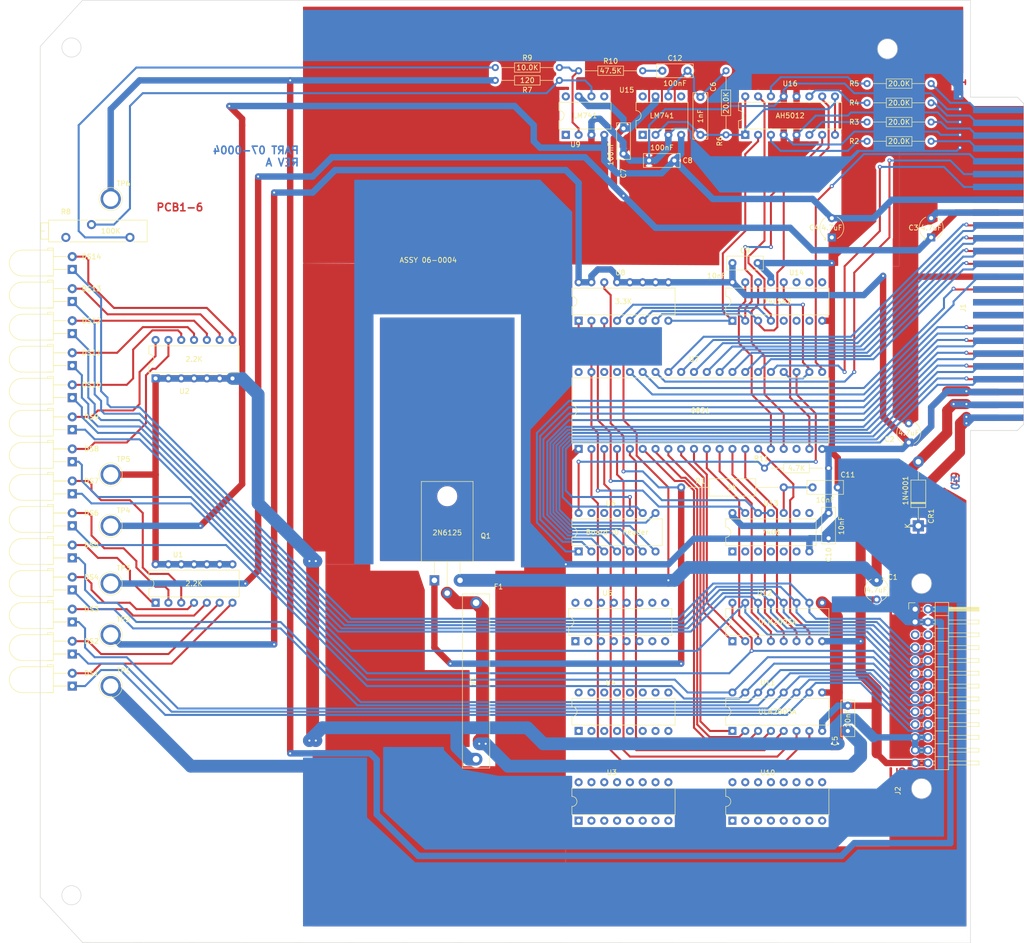
<source format=kicad_pcb>
(kicad_pcb (version 20221018) (generator pcbnew)
  (layers (0 "F.Cu" signal) (31 "B.Cu" signal) (34 "B.Paste" user) (35 "F.Paste" user) (36 "B.SilkS" user "B.Silkscreen") (37 "F.SilkS" user "F.Silkscreen") (38 "B.Mask" user) (39 "F.Mask" user) (44 "Edge.Cuts" user))
  (net 0 "")
  (net 95 "GND")
  (net 96 "BCLK")
  (net 97 "UNUSED1")
  (net 98 "R2R_audio_AGC")
  (net 99 "BGOUT_AGC")
  (net 100 "R{slash}~{W}")
  (net 101 "~{MRST}")
  (net 102 "PHI2")
  (net 103 "-12V")
  (net 104 "12V")
  (net 105 "DBB0")
  (net 106 "DBB1")
  (net 107 "DBB2")
  (net 108 "DBB3")
  (net 109 "DBB4")
  (net 110 "DBB5")
  (net 111 "DBB6")
  (net 112 "DBB7")
  (net 113 "BA0")
  (net 114 "BA1")
  (net 115 "BA2")
  (net 116 "BA3")
  (net 117 "BS11")
  (net 118 "BS12")
  (net 119 "BS13")
  (net 120 "BS1")
  (net 121 "BS2")
  (net 122 "BS3")
  (net 123 "BS4")
  (net 124 "BS5")
  (net 125 "BS6")
  (net 126 "BS7")
  (net 127 "BS8")
  (net 128 "BS9")
  (net 129 "BS10")
  (net 130 "5V")
  (net 131 "24R")
  (net 132 "24V")
  (net 133 "Net-(R2-Pad2)")
  (net 134 "Net-(R3-Pad2)")
  (net 135 "Net-(R4-Pad2)")
  (net 136 "Net-(R5-Pad2)")
  (net 137 "Net-(U15--)")
  (net 138 "Net-(C12-Pad2)")
  (net 139 "Net-(C12-Pad1)")
  (net 140 "Net-(R7-Pad2)")
  (net 141 "Net-(U9--)")
  (net 142 "AUD")
  (net 143 "Net-(R8-Pad1)")
  (net 144 "Net-(DS1-A)")
  (net 145 "Net-(DS2-A)")
  (net 146 "Net-(DS3-A)")
  (net 147 "Net-(DS4-A)")
  (net 148 "Net-(DS5-A)")
  (net 149 "Net-(DS6-A)")
  (net 150 "Net-(DS7-A)")
  (net 151 "Net-(DS8-A)")
  (net 152 "Net-(DS9-A)")
  (net 153 "Net-(DS10-A)")
  (net 154 "Net-(DS11-A)")
  (net 155 "Net-(DS12-A)")
  (net 156 "Net-(DS13-A)")
  (net 157 "Net-(DS14-A)")
  (net 158 "Net-(U14-0)")
  (net 159 "Net-(U14-1)")
  (net 160 "Net-(U14-2)")
  (net 161 "Net-(U14-3)")
  (net 162 "PB6")
  (net 163 "PB7")
  (net 164 "CB2")
  (net 165 "CS")
  (net 166 "CA2")
  (net 167 "PA0")
  (net 168 "PA1")
  (net 169 "PA2")
  (net 170 "PA3")
  (net 171 "PA4")
  (net 172 "PA5")
  (net 173 "PA6")
  (net 174 "PA7")
  (net 175 "PB0")
  (net 176 "PB1")
  (net 177 "PB2")
  (net 178 "PB3")
  (net 179 "PB4")
  (net 180 "PB5")
  (net 181 "Net-(Q1-C)")
  (net 182 "Net-(C11-Pad1)")
  (net 183 "24Vout")
  (net 184 "24Vpu")
  (net 185 "Net-(U6-Pin_14)")
  (net 186 "5Vpu")
  (net 187 "A0out")
  (net 188 "A1out")
  (net 189 "A2out")
  (net 190 "A3out")
  (net 191 "A4out")
  (net 192 "A5out")
  (net 193 "A6out")
  (net 194 "A7out")
  (net 195 "B0out")
  (net 196 "B1out")
  (net 197 "B2out")
  (net 198 "B3out")
  (net 199 "B4out")
  (net 200 "B5out")
  (footprint "Package_DIP:DIP-16_W7.62mm" (layer "F.Cu") (at 106.68 162.56 90)
    (fp_text reference "U3")
    (fp_text value "Unused DIP" hide)
  )
  (footprint "Package_DIP:DIP-14_W7.62mm" (layer "F.Cu") (at 137.16 109.22 90)
    (fp_text reference "U13")
    (fp_text value "7406")
  )
  (footprint "Capacitor_THT:C_Rect_L7.0mm_W2.5mm_P5.00mm" (layer "F.Cu") (at 156.21 101.6 -90)
    (fp_text reference "C10")
    (fp_text value "10nF")
  )
  (footprint "Evan's parts:R_Axial_DIN0204_L3.6mm_D1.6mm_P12.7mm_Horizontal" (layer "F.Cu") (at 173.99 24.13 180)
    (fp_text reference "R3")
    (fp_text value "20.0K")
  )
  (footprint "TestPoint:TestPoint_Plated_Hole_D3.0mm" (layer "F.Cu") (at 13.97 104.14)
    (fp_text reference "TP4")
    (fp_text value "-12")
  )
  (footprint "Package_DIP:DIP-16_W7.62mm" (layer "F.Cu") (at 137.16 162.56 90)
    (fp_text reference "U10")
    (fp_text value "Unused DIP" hide)
  )
  (footprint "TestPoint:TestPoint_Plated_Hole_D3.0mm" (layer "F.Cu") (at 13.97 93.98)
    (fp_text reference "TP5")
    (fp_text value "24")
  )
  (footprint "Evan's parts:CP_Radial_Tantal_D4mm_P3.81mm" (layer "F.Cu") (at 176.53 46.99 90)
    (fp_text reference "C3")
    (fp_text value "4.7uF")
  )
  (footprint "Potentiometer_THT:Potentiometer_Bourns_3005_Horizontal" (layer "F.Cu") (at 17.78 46.99)
    (fp_text reference "R8")
    (fp_text value "100K")
  )
  (footprint "TestPoint:TestPoint_Plated_Hole_D3.0mm" (layer "F.Cu") (at 13.97 125.73)
    (fp_text reference "TP2")
    (fp_text value "+5")
  )
  (footprint "Evan's parts:LED_D5.0mm_Horizontal_O3.81mm_Z15.0mm reversed" (layer "F.Cu") (at 6.35 120.65 -90)
    (fp_text reference "DS3")
    (fp_text value "LED")
  )
  (footprint "Package_DIP:DIP-14_W7.62mm" (layer "F.Cu") (at 106.68 109.22 90)
    (fp_text reference "U6")
    (fp_text value "Board ID header")
  )
  (footprint "Evan's parts:LED_D5.0mm_Horizontal_O3.81mm_Z15.0mm reversed" (layer "F.Cu") (at 6.35 63.5 -90)
    (fp_text reference "DS12")
    (fp_text value "LED")
  )
  (footprint "Capacitor_THT:C_Rect_L7.0mm_W2.5mm_P5.00mm" (layer "F.Cu") (at 115.57 25.4 -90)
    (fp_text reference "C7")
    (fp_text value "100nF")
  )
  (footprint "Capacitor_THT:C_Rect_L7.0mm_W2.5mm_P5.00mm" (layer "F.Cu") (at 153.035 96.52)
    (fp_text reference "C11")
    (fp_text value "10nF")
  )
  (footprint "Evan's parts:CP_Radial_Tantal_D4mm_P3.81mm" (layer "F.Cu") (at 165.735 114.935 -90)
    (fp_text reference "C1")
    (fp_text value "4.7uF")
  )
  (footprint "Package_DIP:DIP-16_W7.62mm" (layer "F.Cu") (at 139.7 26.67 90)
    (fp_text reference "U16")
    (fp_text value "AH5012")
  )
  (footprint "Evan's parts:R_Axial_DIN0204_L3.6mm_D1.6mm_P12.7mm_Horizontal" (layer "F.Cu") (at 92.71 15.875)
    (fp_text reference "R7")
    (fp_text value "120")
  )
  (footprint "Package_DIP:DIP-8_W7.62mm" (layer "F.Cu") (at 119.38 26.67 90)
    (fp_text reference "U15")
    (fp_text value "LM741")
  )
  (footprint "Evan's parts:R_Axial_DIN0204_L3.6mm_D1.6mm_P12.7mm_Horizontal" (layer "F.Cu") (at 173.99 16.51 180)
    (fp_text reference "R5")
    (fp_text value "20.0K")
  )
  (footprint "Capacitor_THT:C_Rect_L7.0mm_W2.5mm_P5.00mm" (layer "F.Cu") (at 120.65 31.75)
    (fp_text reference "C8")
    (fp_text value "100nF")
  )
  (footprint "Package_DIP:DIP-14_W7.62mm" (layer "F.Cu") (at 22.86 74.93 90)
    (fp_text reference "U2")
    (fp_text value "2.2K")
  )
  (footprint "Evan's parts:LED_D5.0mm_Horizontal_O3.81mm_Z15.0mm reversed" (layer "F.Cu") (at 6.35 57.15 -90)
    (fp_text reference "DS13")
    (fp_text value "LED")
  )
  (footprint "Evan's parts:LED_D5.0mm_Horizontal_O3.81mm_Z15.0mm reversed" (layer "F.Cu") (at 6.35 82.55 -90)
    (fp_text reference "DS9")
    (fp_text value "LED")
  )
  (footprint "Package_DIP:DIP-16_W7.62mm" (layer "F.Cu") (at 106.68 63.5 90)
    (fp_text reference "U8")
    (fp_text value "3.3K")
  )
  (footprint "Capacitor_THT:C_Rect_L7.0mm_W2.5mm_P5.00mm" (layer "F.Cu") (at 123.27 13.97)
    (fp_text reference "C12")
    (fp_text value "100nF")
  )
  (footprint "Resistor_THT:R_Axial_DIN0309_L9.0mm_D3.2mm_P20.32mm_Horizontal" (layer "F.Cu") (at 127 96.52)
    (fp_text reference "R1")
    (fp_text value "1K")
  )
  (footprint "Capacitor_THT:C_Rect_L7.0mm_W2.5mm_P5.00mm" (layer "F.Cu") (at 160.02 139.78 -90)
    (fp_text reference "C5")
    (fp_text value "10nF")
  )
  (footprint "Connector_PinHeader_2.54mm:PinHeader_2x13_P2.54mm_Horizontal" (layer "F.Cu") (at 173.355 120.65)
    (fp_text reference "J2")
    (fp_text value "character connector")
  )
  (footprint "Evan's parts:R_Axial_DIN0204_L3.6mm_D1.6mm_P12.7mm_Horizontal" (layer "F.Cu") (at 173.99 20.32 180)
    (fp_text reference "R4")
    (fp_text value "20.0K")
  )
  (footprint "Evan's parts:LED_D5.0mm_Horizontal_O3.81mm_Z15.0mm reversed" (layer "F.Cu") (at 6.35 107.95 -90)
    (fp_text reference "DS5")
    (fp_text value "LED")
  )
  (footprint "TestPoint:TestPoint_Plated_Hole_D3.0mm" (layer "F.Cu") (at 13.97 115.57)
    (fp_text reference "TP3")
    (fp_text value "+12")
  )
  (footprint "Package_DIP:DIP-40_W15.24mm" (layer "F.Cu") (at 106.68 88.9 90)
    (fp_text reference "U7")
    (fp_text value "6821")
  )
  (footprint "Evan's parts:LED_D5.0mm_Horizontal_O3.81mm_Z15.0mm reversed" (layer "F.Cu") (at 6.35 114.3 -90)
    (fp_text reference "DS4")
    (fp_text value "LED")
  )
  (footprint "Evan's parts:R_Axial_DIN0204_L3.6mm_D1.6mm_P12.7mm_Horizontal" (layer "F.Cu") (at 109.22 13.97)
    (fp_text reference "R10")
    (fp_text value "47.5K")
  )
  (footprint "Package_DIP:DIP-16_W7.62mm" (layer "F.Cu") (at 137.16 63.5 90)
    (fp_text reference "U14")
    (fp_text value "74LS42")
  )
  (footprint "Evan's parts:R_Axial_DIN0204_L3.6mm_D1.6mm_P12.7mm_Horizontal" (layer "F.Cu") (at 135.89 24.13 90)
    (fp_text reference "R6")
    (fp_text value "20.0K")
  )
  (footprint "Capacitor_THT:C_Rect_L7.0mm_W2.5mm_P5.00mm" (layer "F.Cu") (at 137.16 52.07)
    (fp_text reference "C9")
    (fp_text value "10nF")
  )
  (footprint "Package_DIP:DIP-16_W7.62mm" (layer "F.Cu") (at 106.68 144.78 90)
    (fp_text reference "U4")
    (fp_text value "Unused DIP" hide)
  )
  (footprint "Evan's parts:R_Axial_DIN0204_L3.6mm_D1.6mm_P12.7mm_Horizontal" (layer "F.Cu") (at 153.67 92.71 180)
    (fp_text reference "R11")
    (fp_text value "4.7K")
  )
  (footprint "Package_DIP:DIP-16_W7.62mm" (layer "F.Cu") (at 137.16 127 90)
    (fp_text reference "U12")
    (fp_text value "ULN2003A")
  )
  (footprint "Fuse:Fuseholder_Littelfuse_445_030_series_5x30mm" (layer "F.Cu") (at 86.36 119.38 -90)
    (fp_text reference "F1")
    (fp_text value "1A")
  )
  (footprint "Evan's parts:LED_D5.0mm_Horizontal_O3.81mm_Z15.0mm reversed" (layer "F.Cu") (at 6.35 76.2 -90)
    (fp_text reference "DS10")
    (fp_text value "LED")
  )
  (footprint "Evan's parts:CP_Radial_Tantal_D4mm_P3.81mm" (layer "F.Cu") (at 172.085 87.63 90)
    (fp_text reference "C2")
    (fp_text value "4.7uF")
  )
  (footprint "Evan's parts:LED_D5.0mm_Horizontal_O3.81mm_Z15.0mm reversed" (layer "F.Cu") (at 6.35 50.8 -90)
    (fp_text reference "DS14")
    (fp_text value "LED")
  )
  (footprint "Evan's parts:LED_D5.0mm_Horizontal_O3.81mm_Z15.0mm reversed" (layer "F.Cu") (at 6.35 69.85 -90)
    (fp_text reference "DS11")
    (fp_text value "LED")
  )
  (footprint "Evan's parts:R_Axial_DIN0204_L3.6mm_D1.6mm_P12.7mm_Horizontal" (layer "F.Cu") (at 92.71 13.335)
    (fp_text reference "R9")
    (fp_text value "10.0K")
  )
  (footprint "Evan's parts:CP_Radial_Tantal_D4mm_P3.81mm" (layer "F.Cu") (at 156.845 46.99 90)
    (fp_text reference "C4")
    (fp_text value "4.7uF")
  )
  (footprint "Evan's parts:LED_D5.0mm_Horizontal_O3.81mm_Z15.0mm reversed" (layer "F.Cu") (at 6.35 95.25 -90)
    (fp_text reference "DS7")
    (fp_text value "LED")
  )
  (footprint "TestPoint:TestPoint_Plated_Hole_D3.0mm" (layer "F.Cu") (at 13.97 135.89)
    (fp_text reference "TP1")
    (fp_text value "GND")
  )
  (footprint "TestPoint:TestPoint_Plated_Hole_D3.0mm" (layer "F.Cu") (at 13.97 39.37)
    (fp_text reference "TP6")
    (fp_text value "AUD")
  )
  (footprint "Evan's parts:Chuck_E_Cheese_small_card_edge" (layer "F.Cu") (at 189.81 21.75 90)
    (fp_text reference "J1")
    (fp_text value "card edge")
    (fp_line (start -63.5 3.81) (end -63.5 -5.49) (stroke (width 0.12)) (layer "Edge.Cuts"))
    (fp_line (start -62.23 5.08) (end -63.5 3.81) (stroke (width 0.12)) (layer "Edge.Cuts"))
    (fp_line (start -62.23 5.08) (end 1.27 5.08) (stroke (width 0.12)) (layer "Edge.Cuts"))
    (fp_line (start 2.54 3.81) (end 1.27 5.08) (stroke (width 0.12)) (layer "Edge.Cuts"))
    (fp_line (start 2.54 3.81) (end 2.54 -5.49) (stroke (width 0.12)) (layer "Edge.Cuts"))
  )
  (footprint "Package_DIP:DIP-16_W7.62mm" (layer "F.Cu") (at 106.045 127 90)
    (fp_text reference "U5")
    (fp_text value "Unused DIP" hide)
  )
  (footprint "Package_DIP:DIP-14_W7.62mm" (layer "F.Cu") (at 22.86 119.38 90)
    (fp_text reference "U1")
    (fp_text value "2.2K")
  )
  (footprint "Evan's parts:LED_D5.0mm_Horizontal_O3.81mm_Z15.0mm reversed" (layer "F.Cu") (at 6.35 133.35 -90)
    (fp_text reference "DS1")
    (fp_text value "LED")
  )
  (footprint "Diode_THT:D_DO-41_SOD81_P12.70mm_Horizontal" (layer "F.Cu") (at 173.99 104.14 90)
    (fp_text reference "CR1")
    (fp_text value "1N4001")
  )
  (footprint "Evan's parts:R_Axial_DIN0204_L3.6mm_D1.6mm_P12.7mm_Horizontal" (layer "F.Cu") (at 173.99 27.94 180)
    (fp_text reference "R2")
    (fp_text value "20.0K")
  )
  (footprint "Evan's parts:LED_D5.0mm_Horizontal_O3.81mm_Z15.0mm reversed" (layer "F.Cu") (at 6.35 127 -90)
    (fp_text reference "DS2")
    (fp_text value "LED")
  )
  (footprint "Evan's parts:LED_D5.0mm_Horizontal_O3.81mm_Z15.0mm reversed" (layer "F.Cu") (at 6.35 101.6 -90)
    (fp_text reference "DS6")
    (fp_text value "LED")
  )
  (footprint "Package_DIP:DIP-8_W7.62mm" (layer "F.Cu") (at 104.14 26.67 90)
    (fp_text reference "U9")
    (fp_text value "LM741")
  )
  (footprint "Capacitor_THT:C_Rect_L9.0mm_W2.7mm_P7.50mm_MKT" (layer "F.Cu") (at 130.81 26.67 90)
    (fp_text reference "C6")
    (fp_text value "1nF")
  )
  (footprint "Package_TO_SOT_THT:TO-220-3_Horizontal_TabDown" (layer "F.Cu") (at 78.105 114.935)
    (fp_text reference "Q1")
    (fp_text value "2N6125")
  )
  (footprint "Evan's parts:LED_D5.0mm_Horizontal_O3.81mm_Z15.0mm reversed" (layer "F.Cu") (at 6.35 88.9 -90)
    (fp_text reference "DS8")
    (fp_text value "LED")
  )
  (footprint "Package_DIP:DIP-16_W7.62mm" (layer "F.Cu") (at 137.16 144.78 90)
    (fp_text reference "U11")
    (fp_text value "ULN2003A")
  )
  (gr_line (start 8.39 0) (end 184.32 0) (stroke (width 0.1)) (layer "Edge.Cuts"))
  (gr_line (start 184.32 19.21) (end 184.32 0) (stroke (width 0.1)) (layer "Edge.Cuts"))
  (gr_line (start 184.32 85.25) (end 184.32 186.8) (stroke (width 0.1)) (layer "Edge.Cuts"))
  (gr_line (start 0 177.66) (end 8.39 186.69) (stroke (width 0.1)) (layer "Edge.Cuts"))
  (gr_line (start 0 177.66) (end 0 9.14) (stroke (width 0.1)) (layer "Edge.Cuts"))
  (gr_circle (center 6.19 9.36) (end 8.09 9.36) (stroke (width 0.1)) (fill none) (layer "Edge.Cuts"))
  (gr_circle (center 6.19 177.33) (end 8.09 177.33) (stroke (width 0.1)) (fill none) (layer "Edge.Cuts"))
  (gr_circle (center 174.625 156.21) (end 176.595 156.21) (stroke (width 0.1)) (fill none) (layer "Edge.Cuts"))
  (gr_circle (center 167.88 9.63) (end 169.85 9.63) (stroke (width 0.1)) (fill none) (layer "Edge.Cuts"))
  (gr_line (start 184.32 186.8) (end 8.39 186.69) (stroke (width 0.1)) (layer "Edge.Cuts"))
  (gr_circle (center 174.625 115.57) (end 176.595 115.57) (stroke (width 0.1)) (fill none) (layer "Edge.Cuts"))
  (gr_line (start 0 9.14) (end 8.39 0) (stroke (width 0.1)) (layer "Edge.Cuts"))
  (gr_text "1" (at 171.45 121.285 90) (layer "F.Cu") (effects (font (size 1.5 1.5) (thickness 0.3) bold) (justify left bottom)))
  (gr_text "25" (at 171.45 154.94 90) (layer "F.Cu") (effects (font (size 1.5 1.5) (thickness 0.3) bold) (justify left bottom)))
  (gr_text "PCB1-6" (at 22.86 41.91) (layer "F.Cu") (effects (font (size 1.5 1.5) (thickness 0.3) bold) (justify left bottom)))
  (gr_text "1" (at 183.515 17.145 90) (layer "F.Cu") (effects (font (size 1.5 1.5) (thickness 0.3) bold) (justify left bottom)))
  (gr_text "49" (at 182.245 96.52 90) (layer "F.Cu") (effects (font (size 1.5 1.5) (thickness 0.3) bold) (justify left bottom)))
  (gr_text "PART 07-0004\nREV A" (at 51.435 33.02) (layer "B.Cu") (effects (font (size 1.5 1.5) (thickness 0.3) bold) (justify left bottom mirror)))
  (gr_text "50" (at 182.245 93.98 90) (layer "B.Cu") (effects (font (size 1.5 1.5) (thickness 0.3) bold) (justify left bottom mirror)))
  (gr_text "2" (at 182.88 10.16 90) (layer "B.Cu") (effects (font (size 1.5 1.5) (thickness 0.3) bold) (justify left bottom mirror)))
  (gr_text "ASSY 06-0004" (at 71.12 52.07) (layer "F.SilkS") (effects (font (size 1 1)) (justify left bottom)))
  (segment (start 189.81 21.75) (end 183.675 21.75) (width 0.4) (layer "F.Cu") (net 95))
  (segment (start 154.94 63.5) (end 156.845 63.5) (width 1.27) (layer "F.Cu") (net 95))
  (segment (start 123.19 23.495) (end 120.65 23.495) (width 0.4) (layer "F.Cu") (net 95))
  (segment (start 156.845 63.5) (end 156.845 52.07) (width 1.27) (layer "F.Cu") (net 95))
  (segment (start 124.46 23.495) (end 123.19 23.495) (width 0.4) (layer "F.Cu") (net 95))
  (segment (start 124.46 26.67) (end 124.46 23.495) (width 1.27) (layer "F.Cu") (net 95))
  (segment (start 149.86 19.05) (end 149.86 26.67) (width 1.27) (layer "F.Cu") (net 95))
  (segment (start 158.035 96.52) (end 158.035 90.725) (width 1.27) (layer "F.Cu") (net 95))
  (segment (start 189.81 26.83) (end 183.675 26.83) (width 0.4) (layer "F.Cu") (net 95))
  (segment (start 109.22 26.67) (end 109.22 29.21) (width 1.27) (layer "F.Cu") (net 95))
  (segment (start 189.81 24.29) (end 183.675 24.29) (width 0.4) (layer "F.Cu") (net 95))
  (segment (start 183.675 24.29) (end 183.515 24.13) (width 0.4) (layer "F.Cu") (net 95))
  (segment (start 158.035 90.725) (end 156.845 89.535) (width 1.27) (layer "F.Cu") (net 95))
  (segment (start 124.46 26.67) (end 124.46 29.21) (width 1.27) (layer "F.Cu") (net 95))
  (segment (start 189.81 54.77) (end 172.88 54.77) (width 1.27) (layer "F.Cu") (net 95))
  (segment (start 189.81 29.37) (end 183.675 29.37) (width 0.4) (layer "F.Cu") (net 95))
  (segment (start 156.845 89.535) (end 156.845 63.5) (width 1.27) (layer "F.Cu") (net 95))
  (segment (start 120.65 23.495) (end 120.65 29.21) (width 0.4) (layer "F.Cu") (net 95))
  (segment (start 183.675 26.83) (end 183.515 26.67) (width 0.4) (layer "F.Cu") (net 95))
  (segment (start 183.675 21.75) (end 183.515 21.59) (width 0.4) (layer "F.Cu") (net 95))
  (segment (start 124.46 23.495) (end 125.73 23.495) (width 0.4) (layer "F.Cu") (net 95))
  (segment (start 156.845 52.07) (end 156.845 46.99) (width 1.27) (layer "F.Cu") (net 95))
  (segment (start 147.32 19.05) (end 147.32 16.51) (width 1.27) (layer "F.Cu") (net 95))
  (segment (start 147.32 26.67) (end 147.32 29.21) (width 1.27) (layer "F.Cu") (net 95))
  (segment (start 183.675 29.37) (end 183.515 29.21) (width 0.4) (layer "F.Cu") (net 95))
  (segment (start 123.19 23.495) (end 123.19 16.51) (width 0.4) (layer "F.Cu") (net 95))
  (segment (start 149.86 19.05) (end 149.86 15.875) (width 1.27) (layer "F.Cu") (net 95))
  (segment (start 106.68 88.9) (end 104.14 91.44) (width 1.27) (layer "F.Cu") (net 95))
  (segment (start 147.32 19.05) (end 147.32 26.67) (width 1.27) (layer "F.Cu") (net 95))
  (segment (start 120.65 23.495) (end 120.65 16.51) (width 0.4) (layer "F.Cu") (net 95))
  (segment (start 125.73 23.495) (end 125.73 16.51) (width 0.4) (layer "F.Cu") (net 95))
  (segment (start 149.86 26.67) (end 149.86 29.21) (width 1.27) (layer "F.Cu") (net 95))
  (via (at 182.245 19.05) (size 0.8) (drill 0.4) (layers "F.Cu" "B.Cu") (net 95))
  (via (at 182.245 29.21) (size 0.8) (drill 0.4) (layers "F.Cu" "B.Cu") (net 95))
  (via (at 182.245 26.67) (size 0.8) (drill 0.4) (layers "F.Cu" "B.Cu") (net 95))
  (via (at 182.245 24.13) (size 0.8) (drill 0.4) (layers "F.Cu" "B.Cu") (net 95))
  (via (at 156.845 52.07) (size 0.8) (drill 0.4) (layers "F.Cu" "B.Cu") (net 95))
  (via (at 104.14 111.76) (size 0.8) (drill 0.4) (layers "F.Cu" "B.Cu") (net 95))
  (via (at 182.245 21.59) (size 0.8) (drill 0.4) (layers "F.Cu" "B.Cu") (net 95))
  (segment (start 109.855 23.495) (end 110.89724 23.495) (width 1.27) (layer "B.Cu") (net 95))
  (segment (start 160.655 31.115) (end 132.715 31.115) (width 0.4) (layer "B.Cu") (net 95))
  (segment (start 177.64 42.07) (end 176.53 43.18) (width 1.27) (layer "B.Cu") (net 95))
  (segment (start 177.8 26.035) (end 178.435 26.67) (width 0.4) (layer "B.Cu") (net 95))
  (segment (start 148.59 16.51) (end 159.385 16.51) (width 0.4) (layer "B.Cu") (net 95))
  (segment (start 177.8 22.225) (end 179.705 24.13) (width 0.4) (layer "B.Cu") (net 95))
  (segment (start 115.57 30.4) (end 116.92 31.75) (width 1.27) (layer "B.Cu") (net 95))
  (segment (start 179.705 24.13) (end 182.245 24.13) (width 0.4) (layer "B.Cu") (net 95))
  (segment (start 135.89 21.59) (end 123.825 21.59) (width 0.4) (layer "B.Cu") (net 95))
  (segment (start 161.925 29.845) (end 160.655 31.115) (width 0.4) (layer "B.Cu") (net 95))
  (segment (start 180.975 29.845) (end 161.925 29.845) (width 0.4) (layer "B.Cu") (net 95))
  (segment (start 144.78 54.69) (end 142.16 52.07) (width 1.27) (layer "B.Cu") (net 95))
  (segment (start 124.46 111.76) (end 104.14 111.76) (width 1.27) (layer "B.Cu") (net 95))
  (segment (start 129.54 106.68) (end 124.46 111.76) (width 1.27) (layer "B.Cu") (net 95))
  (segment (start 153.67 22.86) (end 160.02 22.86) (width 0.4) (layer "B.Cu") (net 95))
  (segment (start 147.32 19.05) (end 145.415 20.955) (width 0.4) (layer "B.Cu") (net 95))
  (segment (start 159.385 16.51) (end 161.29 18.415) (width 0.4) (layer "B.Cu") (net 95))
  (segment (start 125.73 25.4) (end 124.46 26.67) (width 0.4) (layer "B.Cu") (net 95))
  (segment (start 13.97 135.89) (end 29.845 151.765) (width 2.54) (layer "B.Cu") (net 95))
  (segment (start 142.16 52.07) (end 156.845 52.07) (width 1.27) (layer "B.Cu") (net 95))
  (segment (start 182.245 29.21) (end 181.61 29.845) (width 0.4) (layer "B.Cu") (net 95))
  (segment (start 160.02 22.86) (end 160.655 22.225) (width 0.4) (layer "B.Cu") (net 95))
  (segment (start 144.78 55.88) (end 144.78 54.69) (width 1.27) (layer "B.Cu") (net 95))
  (segment (start 161.29 18.415) (end 176.53 18.415) (width 0.4) (layer "B.Cu") (net 95))
  (segment (start 145.415 20.955) (end 136.525 20.955) (width 0.4) (layer "B.Cu") (net 95))
  (segment (start 158.75 28.575) (end 161.29 26.035) (width 0.4) (layer "B.Cu") (net 95))
  (segment (start 109.22 24.13) (end 109.855 23.495) (width 1.27) (layer "B.Cu") (net 95))
  (segment (start 132.715 31.115) (end 128.905 27.305) (width 0.4) (layer "B.Cu") (net 95))
  (segment (start 136.525 20.955) (end 135.89 21.59) (width 0.4) (layer "B.Cu") (net 95))
  (segment (start 116.92 31.75) (end 120.65 31.75) (width 1.27) (layer "B.Cu") (net 95))
  (segment (start 156.21 106.6) (end 152.48 106.6) (width 1.27) (layer "B.Cu") (net 95))
  (segment (start 152.4 109.22) (end 152.4 106.68) (width 1.27) (layer "B.Cu") (net 95))
  (segment (start 173.355 123.19) (end 175.895 123.19) (width 1.27) (layer "B.Cu") (net 95))
  (segment (start 57.785 151.765) (end 57.785 154.94) (width 2.54) (layer "B.Cu") (net 95))
  (segment (start 189.81 42.07) (end 177.64 42.07) (width 1.27) (layer "B.Cu") (net 95))
  (segment (start 147.32 26.67) (end 149.225 28.575) (width 0.4) (layer "B.Cu") (net 95))
  (segment (start 160.655 22.225) (end 177.8 22.225) (width 0.4) (layer "B.Cu") (net 95))
  (segment (start 123.825 21.59) (end 120.65 24.765) (width 0.4) (layer "B.Cu") (net 95))
  (segment (start 178.435 123.19) (end 178.435 153.67) (width 1.27) (layer "B.Cu") (net 95))
  (segment (start 109.22 26.67) (end 109.22 24.13) (width 1.27) (layer "B.Cu") (net 95))
  (segment (start 128.905 27.305) (end 128.905 26.035) (width 0.4) (layer "B.Cu") (net 95))
  (segment (start 178.435 26.67) (end 182.245 26.67) (width 0.4) (layer "B.Cu") (net 95))
  (segment (start 147.32 17.78) (end 148.59 16.51) (width 0.4) (layer "B.Cu") (net 95))
  (segment (start 176.53 18.415) (end 179.705 21.59) (width 0.4) (layer "B.Cu") (net 95))
  (segment (start 121.92 31.75) (end 124.46 29.21) (width 1.27) (layer "B.Cu") (net 95))
  (segment (start 181.61 29.845) (end 180.975 29.845) (width 0.4) (layer "B.Cu") (net 95))
  (segment (start 152.4 106.68) (end 129.54 106.68) (width 1.27) (layer "B.Cu") (net 95))
  (segment (start 110.89724 23.495) (end 115.57 28.16776) (width 1.27) (layer "B.Cu") (net 95))
  (segment (start 175.895 123.19) (end 178.435 123.19) (width 1.27) (layer "B.Cu") (net 95))
  (segment (start 128.27 25.4) (end 125.73 25.4) (width 0.4) (layer "B.Cu") (net 95))
  (segment (start 179.705 21.59) (end 182.245 21.59) (width 0.4) (layer "B.Cu") (net 95))
  (segment (start 149.86 26.67) (end 153.67 22.86) (width 0.4) (layer "B.Cu") (net 95))
  (segment (start 161.29 26.035) (end 177.8 26.035) (width 0.4) (layer "B.Cu") (net 95))
  (segment (start 149.225 28.575) (end 158.75 28.575) (width 0.4) (layer "B.Cu") (net 95))
  (segment (start 124.46 29.21) (end 124.46 26.67) (width 1.27) (layer "B.Cu") (net 95))
  (segment (start 120.65 24.765) (end 120.65 31.75) (width 0.4) (layer "B.Cu") (net 95))
  (segment (start 29.845 151.765) (end 57.785 151.765) (width 2.54) (layer "B.Cu") (net 95))
  (segment (start 152.48 106.6) (end 152.4 106.68) (width 1.27) (layer "B.Cu") (net 95))
  (segment (start 128.905 26.035) (end 128.27 25.4) (width 0.4) (layer "B.Cu") (net 95))
  (segment (start 120.65 31.75) (end 121.92 31.75) (width 1.27) (layer "B.Cu") (net 95))
  (segment (start 147.32 19.05) (end 147.32 17.78) (width 0.4) (layer "B.Cu") (net 95))
  (segment (start 115.57 28.16776) (end 115.57 30.4) (width 1.27) (layer "B.Cu") (net 95))
  (segment (start 184.15 20.32) (end 180.34 20.32) (width 0.4) (layer "B.Cu") (net 96))
  (segment (start 180.34 20.32) (end 176.53 16.51) (width 0.4) (layer "B.Cu") (net 96))
  (segment (start 185.58 21.75) (end 184.15 20.32) (width 0.4) (layer "B.Cu") (net 96))
  (segment (start 189.81 21.75) (end 185.58 21.75) (width 0.4) (layer "B.Cu") (net 96))
  (segment (start 176.53 20.32) (end 177.165 20.32) (width 0.4) (layer "B.Cu") (net 97))
  (segment (start 189.81 24.29) (end 185.58 24.29) (width 0.4) (layer "B.Cu") (net 97))
  (segment (start 185.58 24.29) (end 184.15 22.86) (width 0.4) (layer "B.Cu") (net 97))
  (segment (start 177.165 20.32) (end 179.705 22.86) (width 0.4) (layer "B.Cu") (net 97))
  (segment (start 184.15 22.86) (end 179.705 22.86) (width 0.4) (layer "B.Cu") (net 97))
  (segment (start 178.435 24.13) (end 179.705 25.4) (width 0.4) (layer "B.Cu") (net 98))
  (segment (start 176.53 24.13) (end 178.435 24.13) (width 0.4) (layer "B.Cu") (net 98))
  (segment (start 184.15 25.4) (end 185.58 26.83) (width 0.4) (layer "B.Cu") (net 98))
  (segment (start 179.705 25.4) (end 184.15 25.4) (width 0.4) (layer "B.Cu") (net 98))
  (segment (start 185.58 26.83) (end 189.81 26.83) (width 0.4) (layer "B.Cu") (net 98))
  (segment (start 189.81 29.37) (end 185.58 29.37) (width 0.4) (layer "B.Cu") (net 99))
  (segment (start 184.15 27.94) (end 176.53 27.94) (width 0.4) (layer "B.Cu") (net 99))
  (segment (start 185.58 29.37) (end 184.15 27.94) (width 0.4) (layer "B.Cu") (net 99))
  (segment (start 154.94 73.025) (end 154.94 73.66) (width 0.4) (layer "F.Cu") (net 100))
  (segment (start 153.67 71.755) (end 154.94 73.025) (width 0.4) (layer "F.Cu") (net 100))
  (segment (start 156.845 36.83) (end 153.67 40.005) (width 0.4) (layer "F.Cu") (net 100))
  (segment (start 153.67 40.005) (end 153.67 71.755) (width 0.4) (layer "F.Cu") (net 100))
  (via (at 156.845 36.83) (size 0.8) (drill 0.4) (layers "F.Cu" "B.Cu") (net 100))
  (segment (start 163.195 30.48) (end 184.15 30.48) (width 0.4) (layer "B.Cu") (net 100))
  (segment (start 185.58 31.91) (end 189.81 31.91) (width 0.4) (layer "B.Cu") (net 100))
  (segment (start 184.15 30.48) (end 185.58 31.91) (width 0.4) (layer "B.Cu") (net 100))
  (segment (start 156.845 36.83) (end 163.195 30.48) (width 0.4) (layer "B.Cu") (net 100))
  (segment (start 168.275 31.75) (end 168.275 46.99) (width 0.4) (layer "F.Cu") (net 101))
  (segment (start 168.275 46.99) (end 161.29 53.975) (width 0.4) (layer "F.Cu") (net 101))
  (segment (start 161.29 73.66) (end 161.29 53.975) (width 0.4) (layer "F.Cu") (net 101))
  (via (at 161.29 73.66) (size 0.8) (drill 0.4) (layers "F.Cu" "B.Cu") (net 101))
  (via (at 168.275 31.75) (size 0.8) (drill 0.4) (layers "F.Cu" "B.Cu") (net 101))
  (segment (start 159.385 75.565) (end 161.29 73.66) (width 0.4) (layer "B.Cu") (net 101))
  (segment (start 180.34 31.75) (end 168.275 31.75) (width 0.4) (layer "B.Cu") (net 101))
  (segment (start 121.92 73.66) (end 123.825 75.565) (width 0.4) (layer "B.Cu") (net 101))
  (segment (start 189.81 34.45) (end 183.04 34.45) (width 0.4) (layer "B.Cu") (net 101))
  (segment (start 183.04 34.45) (end 180.34 31.75) (width 0.4) (layer "B.Cu") (net 101))
  (segment (start 123.825 75.565) (end 159.385 75.565) (width 0.4) (layer "B.Cu") (net 101))
  (segment (start 159.385 52.705) (end 159.385 73.66) (width 0.4) (layer "F.Cu") (net 102))
  (segment (start 166.37 45.72) (end 159.385 52.705) (width 0.4) (layer "F.Cu") (net 102))
  (segment (start 166.37 33.02) (end 166.37 45.72) (width 0.4) (layer "F.Cu") (net 102))
  (via (at 166.37 33.02) (size 0.8) (drill 0.4) (layers "F.Cu" "B.Cu") (net 102))
  (via (at 159.385 73.66) (size 0.8) (drill 0.4) (layers "F.Cu" "B.Cu") (net 102))
  (segment (start 189.81 36.99) (end 183.04 36.99) (width 0.4) (layer "B.Cu") (net 102))
  (segment (start 144.78 73.66) (end 146.05 72.39) (width 0.4) (layer "B.Cu") (net 102))
  (segment (start 183.04 36.99) (end 179.07 33.02) (width 0.4) (layer "B.Cu") (net 102))
  (segment (start 146.05 72.39) (end 158.115 72.39) (width 0.4) (layer "B.Cu") (net 102))
  (segment (start 179.07 33.02) (end 166.37 33.02) (width 0.4) (layer "B.Cu") (net 102))
  (segment (start 158.115 72.39) (end 159.385 73.66) (width 0.4) (layer "B.Cu") (net 102))
  (segment (start 31.75 104.14) (end 40.005 95.885) (width 1.27) (layer "F.Cu") (net 103))
  (segment (start 40.005 23.495) (end 37.465 20.955) (width 1.27) (layer "F.Cu") (net 103))
  (segment (start 40.005 24.765) (end 40.005 23.495) (width 1.27) (layer "F.Cu") (net 103))
  (segment (start 40.005 95.885) (end 40.005 24.765) (width 1.27) (layer "F.Cu") (net 103))
  (via (at 31.75 104.14) (size 0.8) (drill 0.4) (layers "F.Cu" "B.Cu") (net 103))
  (via (at 37.465 20.955) (size 0.8) (drill 0.4) (layers "F.Cu" "B.Cu") (net 103))
  (segment (start 127 30.4) (end 125.65 31.75) (width 1.27) (layer "B.Cu") (net 103))
  (segment (start 189.81 39.53) (end 168.75 39.53) (width 1.27) (layer "B.Cu") (net 103))
  (segment (start 153.035 39.37) (end 133.27 39.37) (width 1.27) (layer "B.Cu") (net 103))
  (segment (start 133.27 39.37) (end 125.65 31.75) (width 1.27) (layer "B.Cu") (net 103))
  (segment (start 97.79 27.94) (end 97.79 24.765) (width 1.27) (layer "B.Cu") (net 103))
  (segment (start 123.11 34.29) (end 125.65 31.75) (width 1.27) (layer "B.Cu") (net 103))
  (segment (start 111.76 26.67) (end 111.76 29.21) (width 1.27) (layer "B.Cu") (net 103))
  (segment (start 93.98 20.955) (end 37.465 20.955) (width 1.27) (layer "B.Cu") (net 103))
  (segment (start 111.76 29.21) (end 99.06 29.21) (width 1.27) (layer "B.Cu") (net 103))
  (segment (start 99.06 29.21) (end 97.79 27.94) (width 1.27) (layer "B.Cu") (net 103))
  (segment (start 111.76 31.75) (end 114.3 34.29) (width 1.27) (layer "B.Cu") (net 103))
  (segment (start 13.97 104.14) (end 31.75 104.14) (width 1.27) (layer "B.Cu") (net 103))
  (segment (start 127 26.67) (end 127 30.4) (width 1.27) (layer "B.Cu") (net 103))
  (segment (start 165.1 43.18) (end 156.845 43.18) (width 1.27) (layer "B.Cu") (net 103))
  (segment (start 168.75 39.53) (end 165.1 43.18) (width 1.27) (layer "B.Cu") (net 103))
  (segment (start 156.845 43.18) (end 153.035 39.37) (width 1.27) (layer "B.Cu") (net 103))
  (segment (start 97.79 24.765) (end 93.98 20.955) (width 1.27) (layer "B.Cu") (net 103))
  (segment (start 111.76 29.21) (end 111.76 31.75) (width 1.27) (layer "B.Cu") (net 103))
  (segment (start 114.3 34.29) (end 123.11 34.29) (width 1.27) (layer "B.Cu") (net 103))
  (segment (start 43.18 113.03) (end 43.18 34.925) (width 1.27) (layer "F.Cu") (net 104))
  (segment (start 115.57 25.4) (end 113.665 27.305) (width 1.27) (layer "F.Cu") (net 104))
  (segment (start 113.665 36.83) (end 115.57 38.735) (width 1.27) (layer "F.Cu") (net 104))
  (segment (start 40.64 115.57) (end 43.18 113.03) (width 1.27) (layer "F.Cu") (net 104))
  (segment (start 181.45 42.07) (end 189.81 42.07) (width 1.27) (layer "F.Cu") (net 104))
  (segment (start 113.665 27.305) (end 113.665 36.83) (width 1.27) (layer "F.Cu") (net 104))
  (segment (start 176.53 46.99) (end 181.45 42.07) (width 1.27) (layer "F.Cu") (net 104))
  (via (at 115.57 38.735) (size 0.8) (drill 0.4) (layers "F.Cu" "B.Cu") (net 104))
  (via (at 40.64 115.57) (size 0.8) (drill 0.4) (layers "F.Cu" "B.Cu") (net 104))
  (via (at 43.18 34.925) (size 0.8) (drill 0.4) (layers "F.Cu" "B.Cu") (net 104))
  (segment (start 57.785 31.115) (end 107.95 31.115) (width 1.27) (layer "B.Cu") (net 104))
  (segment (start 107.95 31.115) (end 121.92 45.085) (width 1.27) (layer "B.Cu") (net 104))
  (segment (start 115.57 23.495) (end 113.03 20.955) (width 1.27) (layer "B.Cu") (net 104))
  (segment (start 53.975 34.925) (end 57.785 31.115) (width 1.27) (layer "B.Cu") (net 104))
  (segment (start 173.99 49.53) (end 176.53 46.99) (width 1.27) (layer "B.Cu") (net 104))
  (segment (start 40.64 115.57) (end 13.97 115.57) (width 1.27) (layer "B.Cu") (net 104))
  (segment (start 108.585 20.955) (end 106.68 19.05) (width 1.27) (layer "B.Cu") (net 104))
  (segment (start 115.57 25.4) (end 116.84 25.4) (width 1.27) (layer "B.Cu") (net 104))
  (segment (start 148.59 45.085) (end 153.035 49.53) (width 1.27) (layer "B.Cu") (net 104))
  (segment (start 116.84 25.4) (end 121.92 20.32) (width 1.27) (layer "B.Cu") (net 104))
  (segment (start 113.03 20.955) (end 108.585 20.955) (width 1.27) (layer "B.Cu") (net 104))
  (segment (start 153.035 49.53) (end 173.99 49.53) (width 1.27) (layer "B.Cu") (net 104))
  (segment (start 43.18 34.925) (end 53.975 34.925) (width 1.27) (layer "B.Cu") (net 104))
  (segment (start 121.92 19.05) (end 121.92 20.32) (width 1.27) (layer "B.Cu") (net 104))
  (segment (start 115.57 25.4) (end 115.57 23.495) (width 1.27) (layer "B.Cu") (net 104))
  (segment (start 121.92 45.085) (end 148.59 45.085) (width 1.27) (layer "B.Cu") (net 104))
  (segment (start 183.675 44.61) (end 183.515 44.45) (width 0.4) (layer "F.Cu") (net 105))
  (segment (start 189.81 44.61) (end 183.675 44.61) (width 0.4) (layer "F.Cu") (net 105))
  (via (at 183.515 44.45) (size 0.8) (drill 0.4) (layers "F.Cu" "B.Cu") (net 105))
  (segment (start 131.445 66.675) (end 124.46 73.66) (width 0.4) (layer "B.Cu") (net 105))
  (segment (start 182.88 44.45) (end 160.655 66.675) (width 0.4) (layer "B.Cu") (net 105))
  (segment (start 160.655 66.675) (end 131.445 66.675) (width 0.4) (layer "B.Cu") (net 105))
  (segment (start 183.515 44.45) (end 182.88 44.45) (width 0.4) (layer "B.Cu") (net 105))
  (segment (start 133.35 67.31) (end 127 73.66) (width 0.4) (layer "B.Cu") (net 106))
  (segment (start 185.895 44.61) (end 184.785 45.72) (width 0.4) (layer "B.Cu") (net 106))
  (segment (start 189.81 44.61) (end 185.895 44.61) (width 0.4) (layer "B.Cu") (net 106))
  (segment (start 184.785 45.72) (end 182.88 45.72) (width 0.4) (layer "B.Cu") (net 106))
  (segment (start 161.29 67.31) (end 133.35 67.31) (width 0.4) (layer "B.Cu") (net 106))
  (segment (start 182.88 45.72) (end 161.29 67.31) (width 0.4) (layer "B.Cu") (net 106))
  (segment (start 183.675 47.15) (end 183.515 46.99) (width 0.4) (layer "F.Cu") (net 107))
  (segment (start 189.81 47.15) (end 183.675 47.15) (width 0.4) (layer "F.Cu") (net 107))
  (via (at 183.515 46.99) (size 0.8) (drill 0.4) (layers "F.Cu" "B.Cu") (net 107))
  (segment (start 135.255 67.945) (end 129.54 73.66) (width 0.4) (layer "B.Cu") (net 107))
  (segment (start 182.88 46.99) (end 161.925 67.945) (width 0.4) (layer "B.Cu") (net 107))
  (segment (start 161.925 67.945) (end 135.255 67.945) (width 0.4) (layer "B.Cu") (net 107))
  (segment (start 183.515 46.99) (end 182.88 46.99) (width 0.4) (layer "B.Cu") (net 107))
  (segment (start 184.785 48.26) (end 182.88 48.26) (width 0.4) (layer "B.Cu") (net 108))
  (segment (start 162.525 68.615) (end 137.125 68.615) (width 0.4) (layer "B.Cu") (net 108))
  (segment (start 185.895 47.15) (end 184.785 48.26) (width 0.4) (layer "B.Cu") (net 108))
  (segment (start 189.81 47.15) (end 185.895 47.15) (width 0.4) (layer "B.Cu") (net 108))
  (segment (start 182.88 48.26) (end 162.525 68.615) (width 0.4) (layer "B.Cu") (net 108))
  (segment (start 137.125 68.615) (end 132.08 73.66) (width 0.4) (layer "B.Cu") (net 108))
  (segment (start 183.675 49.69) (end 183.515 49.53) (width 0.4) (layer "F.Cu") (net 109))
  (segment (start 189.81 49.69) (end 183.675 49.69) (width 0.4) (layer "F.Cu") (net 109))
  (via (at 183.515 49.53) (size 0.8) (drill 0.4) (layers "F.Cu" "B.Cu") (net 109))
  (segment (start 163.195 69.215) (end 139.065 69.215) (width 0.4) (layer "B.Cu") (net 109))
  (segment (start 183.515 49.53) (end 182.88 49.53) (width 0.4) (layer "B.Cu") (net 109))
  (segment (start 182.88 49.53) (end 163.195 69.215) (width 0.4) (layer "B.Cu") (net 109))
  (segment (start 139.065 69.215) (end 134.62 73.66) (width 0.4) (layer "B.Cu") (net 109))
  (segment (start 189.81 49.69) (end 185.895 49.69) (width 0.4) (layer "B.Cu") (net 110))
  (segment (start 185.895 49.69) (end 184.785 50.8) (width 0.4) (layer "B.Cu") (net 110))
  (segment (start 140.97 69.85) (end 137.16 73.66) (width 0.4) (layer "B.Cu") (net 110))
  (segment (start 163.83 69.85) (end 140.97 69.85) (width 0.4) (layer "B.Cu") (net 110))
  (segment (start 182.88 50.8) (end 163.83 69.85) (width 0.4) (layer "B.Cu") (net 110))
  (segment (start 184.785 50.8) (end 182.88 50.8) (width 0.4) (layer "B.Cu") (net 110))
  (segment (start 189.81 52.23) (end 183.675 52.23) (width 0.4) (layer "F.Cu") (net 111))
  (segment (start 183.675 52.23) (end 183.515 52.07) (width 0.4) (layer "F.Cu") (net 111))
  (via (at 183.515 52.07) (size 0.8) (drill 0.4) (layers "F.Cu" "B.Cu") (net 111))
  (segment (start 142.875 70.485) (end 139.7 73.66) (width 0.4) (layer "B.Cu") (net 111))
  (segment (start 183.515 52.07) (end 182.88 52.07) (width 0.4) (layer "B.Cu") (net 111))
  (segment (start 164.465 70.485) (end 142.875 70.485) (width 0.4) (layer "B.Cu") (net 111))
  (segment (start 182.88 52.07) (end 164.465 70.485) (width 0.4) (layer "B.Cu") (net 111))
  (segment (start 185.895 52.23) (end 184.785 53.34) (width 0.4) (layer "B.Cu") (net 112))
  (segment (start 165.1 71.12) (end 144.78 71.12) (width 0.4) (layer "B.Cu") (net 112))
  (segment (start 184.785 53.34) (end 182.88 53.34) (width 0.4) (layer "B.Cu") (net 112))
  (segment (start 182.88 53.34) (end 165.1 71.12) (width 0.4) (layer "B.Cu") (net 112))
  (segment (start 144.78 71.12) (end 142.24 73.66) (width 0.4) (layer "B.Cu") (net 112))
  (segment (start 189.81 52.23) (end 185.895 52.23) (width 0.4) (layer "B.Cu") (net 112))
  (segment (start 121.285 78.105) (end 116.84 73.66) (width 0.4) (layer "B.Cu") (net 113))
  (segment (start 180.975 59.69) (end 180.975 60.325) (width 0.4) (layer "B.Cu") (net 113))
  (segment (start 185.26 55.405) (end 180.975 59.69) (width 0.4) (layer "B.Cu") (net 113))
  (segment (start 189.81 54.77) (end 185.26 54.77) (width 0.4) (layer "B.Cu") (net 113))
  (segment (start 180.975 60.325) (end 163.195 78.105) (width 0.4) (layer "B.Cu") (net 113))
  (segment (start 163.195 78.105) (end 121.285 78.105) (width 0.4) (layer "B.Cu") (net 113))
  (segment (start 185.26 54.77) (end 185.26 55.405) (width 0.4) (layer "B.Cu") (net 113))
  (segment (start 180.975 57.15) (end 181.135 57.31) (width 0.4) (layer "F.Cu") (net 114))
  (segment (start 181.135 57.31) (end 189.81 57.31) (width 0.4) (layer "F.Cu") (net 114))
  (via (at 180.975 57.15) (size 0.8) (drill 0.4) (layers "F.Cu" "B.Cu") (net 114))
  (segment (start 179.07 59.055) (end 180.975 57.15) (width 0.4) (layer "B.Cu") (net 114))
  (segment (start 122.555 76.835) (end 163.195 76.835) (width 0.4) (layer "B.Cu") (net 114))
  (segment (start 179.07 60.96) (end 179.07 59.055) (width 0.4) (layer "B.Cu") (net 114))
  (segment (start 119.38 73.66) (end 122.555 76.835) (width 0.4) (layer "B.Cu") (net 114))
  (segment (start 163.195 76.835) (end 179.07 60.96) (width 0.4) (layer "B.Cu") (net 114))
  (segment (start 189.81 64.93) (end 183.675 64.93) (width 0.4) (layer "F.Cu") (net 120))
  (segment (start 183.675 64.93) (end 183.515 64.77) (width 0.4) (layer "F.Cu") (net 120))
  (via (at 183.515 64.77) (size 0.8) (drill 0.4) (layers "F.Cu" "B.Cu") (net 120))
  (segment (start 98.425 103.505) (end 104.14 109.22) (width 0.4) (layer "B.Cu") (net 120))
  (segment (start 104.775 79.375) (end 98.425 85.725) (width 0.4) (layer "B.Cu") (net 120))
  (segment (start 98.425 85.725) (end 98.425 103.505) (width 0.4) (layer "B.Cu") (net 120))
  (segment (start 183.515 64.77) (end 177.8 64.77) (width 0.4) (layer "B.Cu") (net 120))
  (segment (start 104.14 109.22) (end 106.68 109.22) (width 0.4) (layer "B.Cu") (net 120))
  (segment (start 177.8 64.77) (end 163.195 79.375) (width 0.4) (layer "B.Cu") (net 120))
  (segment (start 163.195 79.375) (end 104.775 79.375) (width 0.4) (layer "B.Cu") (net 120))
  (segment (start 163.195 80.645) (end 104.775 80.645) (width 0.4) (layer "B.Cu") (net 121))
  (segment (start 107.315 107.315) (end 109.22 109.22) (width 0.4) (layer "B.Cu") (net 121))
  (segment (start 189.81 64.93) (end 185.895 64.93) (width 0.4) (layer "B.Cu") (net 121))
  (segment (start 99.06 86.36) (end 99.06 102.87) (width 0.4) (layer "B.Cu") (net 121))
  (segment (start 103.505 107.315) (end 107.315 107.315) (width 0.4) (layer "B.Cu") (net 121))
  (segment (start 177.8 66.04) (end 163.195 80.645) (width 0.4) (layer "B.Cu") (net 121))
  (segment (start 104.775 80.645) (end 99.06 86.36) (width 0.4) (layer "B.Cu") (net 121))
  (segment (start 184.785 66.04) (end 177.8 66.04) (width 0.4) (layer "B.Cu") (net 121))
  (segment (start 99.06 102.87) (end 103.505 107.315) (width 0.4) (layer "B.Cu") (net 121))
  (segment (start 185.895 64.93) (end 184.785 66.04) (width 0.4) (layer "B.Cu") (net 121))
  (segment (start 183.675 67.47) (end 183.515 67.31) (width 0.4) (layer "F.Cu") (net 122))
  (segment (start 189.81 67.47) (end 183.675 67.47) (width 0.4) (layer "F.Cu") (net 122))
  (via (at 183.515 67.31) (size 0.8) (drill 0.4) (layers "F.Cu" "B.Cu") (net 122))
  (segment (start 99.695 86.995) (end 99.695 102.235) (width 0.4) (layer "B.Cu") (net 122))
  (segment (start 177.8 67.31) (end 163.195 81.915) (width 0.4) (layer "B.Cu") (net 122))
  (segment (start 99.695 102.235) (end 104.14 106.68) (width 0.4) (layer "B.Cu") (net 122))
  (segment (start 104.775 81.915) (end 99.695 86.995) (width 0.4) (layer "B.Cu") (net 122))
  (segment (start 183.515 67.31) (end 177.8 67.31) (width 0.4) (layer "B.Cu") (net 122))
  (segment (start 109.22 106.68) (end 111.76 109.22) (width 0.4) (layer "B.Cu") (net 122))
  (segment (start 163.195 81.915) (end 104.775 81.915) (width 0.4) (layer "B.Cu") (net 122))
  (segment (start 104.14 106.68) (end 109.22 106.68) (width 0.4) (layer "B.Cu") (net 122))
  (segment (start 189.81 67.47) (end 185.895 67.47) (width 0.4) (layer "B.Cu") (net 123))
  (segment (start 184.785 68.58) (end 177.8 68.58) (width 0.4) (layer "B.Cu") (net 123))
  (segment (start 111.125 106.045) (end 114.3 109.22) (width 0.4) (layer "B.Cu") (net 123))
  (segment (start 100.47 101.959112) (end 104.555888 106.045) (width 0.4) (layer "B.Cu") (net 123))
  (segment (start 100.47 87.478832) (end 100.47 101.959112) (width 0.4) (layer "B.Cu") (net 123))
  (segment (start 104.775 83.185) (end 104.035 83.925) (width 0.4) (layer "B.Cu") (net 123))
  (segment (start 177.8 68.58) (end 163.195 83.185) (width 0.4) (layer "B.Cu") (net 123))
  (segment (start 104.023832 83.925) (end 100.47 87.478832) (width 0.4) (layer "B.Cu") (net 123))
  (segment (start 185.895 67.47) (end 184.785 68.58) (width 0.4) (layer "B.Cu") (net 123))
  (segment (start 163.195 83.185) (end 104.775 83.185) (width 0.4) (layer "B.Cu") (net 123))
  (segment (start 104.035 83.925) (end 104.023832 83.925) (width 0.4) (layer "B.Cu") (net 123))
  (segment (start 104.555888 106.045) (end 111.125 106.045) (width 0.4) (layer "B.Cu") (net 123))
  (segment (start 189.81 70.01) (end 183.675 70.01) (width 0.4) (layer "F.Cu") (net 124))
  (segment (start 183.675 70.01) (end 183.515 69.85) (width 0.4) (layer "F.Cu") (net 124))
  (via (at 183.515 69.85) (size 0.8) (drill 0.4) (layers "F.Cu" "B.Cu") (net 124))
  (segment (start 104.769416 105.41) (end 113.03 105.41) (width 0.4) (layer "B.Cu") (net 124))
  (segment (start 101.07 101.710584) (end 104.769416 105.41) (width 0.4) (layer "B.Cu") (net 124))
  (segment (start 183.515 69.85) (end 177.8 69.85) (width 0.4) (layer "B.Cu") (net 124))
  (segment (start 113.03 105.41) (end 116.84 109.22) (width 0.4) (layer "B.Cu") (net 124))
  (segment (start 163.125 84.525) (end 104.27236 84.525) (width 0.4) (layer "B.Cu") (net 124))
  (segment (start 101.07 87.72736) (end 101.07 101.710584) (width 0.4) (layer "B.Cu") (net 124))
  (segment (start 177.8 69.85) (end 163.125 84.525) (width 0.4) (layer "B.Cu") (net 124))
  (segment (start 104.27236 84.525) (end 101.07 87.72736) (width 0.4) (layer "B.Cu") (net 124))
  (segment (start 184.785 71.12) (end 177.8 71.12) (width 0.4) (layer "B.Cu") (net 125))
  (segment (start 189.81 70.01) (end 185.895 70.01) (width 0.4) (layer "B.Cu") (net 125))
  (segment (start 163.83 85.09) (end 163.83 85.125) (width 0.4) (layer "B.Cu") (net 125))
  (segment (start 114.935 104.775) (end 119.38 109.22) (width 0.4) (layer "B.Cu") (net 125))
  (segment (start 104.982944 104.775) (end 114.935 104.775) (width 0.4) (layer "B.Cu") (net 125))
  (segment (start 101.67 87.975888) (end 101.67 101.462056) (width 0.4) (layer "B.Cu") (net 125))
  (segment (start 104.520888 85.125) (end 101.67 87.975888) (width 0.4) (layer "B.Cu") (net 125))
  (segment (start 177.8 71.12) (end 163.83 85.09) (width 0.4) (layer "B.Cu") (net 125))
  (segment (start 163.83 85.125) (end 104.520888 85.125) (width 0.4) (layer "B.Cu") (net 125))
  (segment (start 101.67 101.462056) (end 104.982944 104.775) (width 0.4) (layer "B.Cu") (net 125))
  (segment (start 185.895 70.01) (end 184.785 71.12) (width 0.4) (layer "B.Cu") (net 125))
  (segment (start 189.81 72.55) (end 183.675 72.55) (width 0.4) (layer "F.Cu") (net 126))
  (segment (start 183.675 72.55) (end 183.515 72.39) (width 0.4) (layer "F.Cu") (net 126))
  (via (at 183.515 72.39) (size 0.8) (drill 0.4) (layers "F.Cu" "B.Cu") (net 126))
  (segment (start 183.515 72.39) (end 177.8 72.39) (width 0.4) (layer "B.Cu") (net 126))
  (segment (start 164.465 85.725) (end 104.769416 85.725) (width 0.4) (layer "B.Cu") (net 126))
  (segment (start 177.8 72.39) (end 164.465 85.725) (width 0.4) (layer "B.Cu") (net 126))
  (segment (start 104.769416 85.725) (end 102.27 88.224416) (width 0.4) (layer "B.Cu") (net 126))
  (segment (start 102.27 101.213528) (end 105.196472 104.14) (width 0.4) (layer "B.Cu") (net 126))
  (segment (start 102.27 88.224416) (end 102.27 101.213528) (width 0.4) (layer "B.Cu") (net 126))
  (segment (start 105.196472 104.14) (end 116.84 104.14) (width 0.4) (layer "B.Cu") (net 126))
  (segment (start 116.84 104.14) (end 121.92 109.22) (width 0.4) (layer "B.Cu") (net 126))
  (segment (start 189.81 72.55) (end 185.895 72.55) (width 0.4) (layer "B.Cu") (net 127))
  (segment (start 120.015 103.505) (end 121.92 101.6) (width 0.4) (layer "B.Cu") (net 127))
  (segment (start 185.895 72.55) (end 184.785 73.66) (width 0.4) (layer "B.Cu") (net 127))
  (segment (start 102.87 100.965) (end 105.41 103.505) (width 0.4) (layer "B.Cu") (net 127))
  (segment (start 104.912944 86.43) (end 102.87 88.472944) (width 0.4) (layer "B.Cu") (net 127))
  (segment (start 184.785 73.66) (end 177.8 73.66) (width 0.4) (layer "B.Cu") (net 127))
  (segment (start 165.03 86.43) (end 104.912944 86.43) (width 0.4) (layer "B.Cu") (net 127))
  (segment (start 177.8 73.66) (end 165.03 86.43) (width 0.4) (layer "B.Cu") (net 127))
  (segment (start 102.87 88.472944) (end 102.87 100.965) (width 0.4) (layer "B.Cu") (net 127))
  (segment (start 105.41 103.505) (end 120.015 103.505) (width 0.4) (layer "B.Cu") (net 127))
  (segment (start 183.675 75.09) (end 183.515 74.93) (width 0.4) (layer "F.Cu") (net 128))
  (segment (start 189.81 75.09) (end 183.675 75.09) (width 0.4) (layer "F.Cu") (net 128))
  (via (at 183.515 74.93) (size 0.8) (drill 0.4) (layers "F.Cu" "B.Cu") (net 128))
  (segment (start 105.161472 87.03) (end 103.505 88.686472) (width 0.4) (layer "B.Cu") (net 128))
  (segment (start 165.7 87.03) (end 105.161472 87.03) (width 0.4) (layer "B.Cu") (net 128))
  (segment (start 103.505 98.425) (end 105.41 100.33) (width 0.4) (layer "B.Cu") (net 128))
  (segment (start 105.41 100.33) (end 118.11 100.33) (width 0.4) (layer "B.Cu") (net 128))
  (segment (start 118.11 100.33) (end 119.38 101.6) (width 0.4) (layer "B.Cu") (net 128))
  (segment (start 177.8 74.93) (end 165.7 87.03) (width 0.4) (layer "B.Cu") (net 128))
  (segment (start 183.515 74.93) (end 177.8 74.93) (width 0.4) (layer "B.Cu") (net 128))
  (segment (start 103.505 88.686472) (end 103.505 98.425) (width 0.4) (layer "B.Cu") (net 128))
  (segment (start 116.84 98.425) (end 116.84 101.6) (width 0.4) (layer "F.Cu") (net 129))
  (via (at 116.84 98.425) (size 0.8) (drill 0.4) (layers "F.Cu" "B.Cu") (net 129))
  (segment (start 185.895 75.09) (end 184.785 76.2) (width 0.4) (layer "B.Cu") (net 129))
  (segment (start 104.14 88.9) (end 104.14 97.155) (width 0.4) (layer "B.Cu") (net 129))
  (segment (start 105.41 98.425) (end 116.84 98.425) (width 0.4) (layer "B.Cu") (net 129))
  (segment (start 177.8 76.2) (end 166.37 87.63) (width 0.4) (layer "B.Cu") (net 129))
  (segment (start 166.37 87.63) (end 105.41 87.63) (width 0.4) (layer "B.Cu") (net 129))
  (segment (start 104.14 97.155) (end 105.41 98.425) (width 0.4) (layer "B.Cu") (net 129))
  (segment (start 105.41 87.63) (end 104.14 88.9) (width 0.4) (layer "B.Cu") (net 129))
  (segment (start 184.785 76.2) (end 177.8 76.2) (width 0.4) (layer "B.Cu") (net 129))
  (segment (start 189.81 75.09) (end 185.895 75.09) (width 0.4) (layer "B.Cu") (net 129))
  (segment (start 183.515 77.47) (end 183.675 77.63) (width 1.27) (layer "F.Cu") (net 130))
  (segment (start 167.005 82.55) (end 167.005 54.61) (width 1.27) (layer "F.Cu") (net 130))
  (segment (start 189.81 77.63) (end 183.675 77.63) (width 1.27) (layer "F.Cu") (net 130))
  (segment (start 173.355 87.63) (end 172.085 87.63) (width 1.27) (layer "F.Cu") (net 130))
  (segment (start 176.53 84.455) (end 173.355 87.63) (width 1.27) (layer "F.Cu") (net 130))
  (segment (start 179.07 78.105) (end 176.53 80.645) (width 1.27) (layer "F.Cu") (net 130))
  (segment (start 46.355 127.635) (end 46.355 38.1) (width 1.27) (layer "F.Cu") (net 130))
  (segment (start 176.53 80.645) (end 176.53 84.455) (width 1.27) (layer "F.Cu") (net 130))
  (segment (start 183.515 77.47) (end 179.705 77.47) (width 2) (layer "F.Cu") (net 130))
  (segment (start 172.085 87.63) (end 167.005 82.55) (width 1.27) (layer "F.Cu") (net 130))
  (via (at 46.355 127.635) (size 0.8) (drill 0.4) (layers "F.Cu" "B.Cu") (net 130))
  (via (at 46.355 38.1) (size 0.8) (drill 0.4) (layers "F.Cu" "B.Cu") (net 130))
  (via (at 183.515 77.47) (size 0.8) (drill 0.4) (layers "F.Cu" "B.Cu") (net 130))
  (via (at 167.005 54.61) (size 0.8) (drill 0.4) (layers "F.Cu" "B.Cu") (net 130))
  (segment (start 110.49 53.34) (end 109.22 54.61) (width 1.27) (layer "B.Cu") (net 130))
  (segment (start 176.53 84.455) (end 173.355 87.63) (width 1.27) (layer "B.Cu") (net 130))
  (segment (start 176.53 80.645) (end 176.53 84.455) (width 1.27) (layer "B.Cu") (net 130))
  (segment (start 113.03 53.34) (end 110.49 53.34) (width 1.27) (layer "B.Cu") (net 130))
  (segment (start 13.97 125.73) (end 15.875 127.635) (width 1.27) (layer "B.Cu") (net 130))
  (segment (start 154.94 88.9) (end 156.21 88.9) (width 1.27) (layer "B.Cu") (net 130))
  (segment (start 137.16 55.88) (end 124.46 55.88) (width 1.27) (layer "B.Cu") (net 130))
  (segment (start 156.21 101.6) (end 156.21 92.71) (width 1.27) (layer "B.Cu") (net 130))
  (segment (start 46.355 38.1) (end 53.975 38.1) (width 1.27) (layer "B.Cu") (net 130))
  (segment (start 170.815 88.9) (end 172.085 87.63) (width 1.27) (layer "B.Cu") (net 130))
  (segment (start 156.21 101.6) (end 153.67 104.14) (width 1.27) (layer "B.Cu") (net 130))
  (segment (start 179.705 77.47) (end 176.53 80.645) (width 1.27) (layer "B.Cu") (net 130))
  (segment (start 163.195 58.42) (end 167.005 54.61) (width 1.27) (layer "B.Cu") (net 130))
  (segment (start 124.46 55.88) (end 114.3 55.88) (width 1.27) (layer "B.Cu") (net 130))
  (segment (start 137.16 102.235) (end 137.16 101.6) (width 1.27) (layer "B.Cu") (net 130))
  (segment (start 139.065 104.14) (end 137.16 102.235) (width 1.27) (layer "B.Cu") (net 130))
  (segment (start 104.14 33.655) (end 106.68 36.195) (width 1.27) (layer "B.Cu") (net 130))
  (segment (start 156.845 88.9) (end 170.815 88.9) (width 1.27) (layer "B.Cu") (net 130))
  (segment (start 189.81 77.63) (end 184.31 77.63) (width 1.27) (layer "B.Cu") (net 130))
  (segment (start 58.42 33.655) (end 104.14 33.655) (width 1.27) (layer "B.Cu") (net 130))
  (segment (start 109.22 54.61) (end 109.22 55.88) (width 1.27) (layer "B.Cu") (net 130))
  (segment (start 156.21 88.9) (end 156.845 88.9) (width 1.27) (layer "B.Cu") (net 130))
  (segment (start 153.67 104.14) (end 139.065 104.14) (width 1.27) (layer "B.Cu") (net 130))
  (segment (start 53.975 38.1) (end 58.42 33.655) (width 1.27) (layer "B.Cu") (net 130))
  (segment (start 15.875 127.635) (end 46.355 127.635) (width 1.27) (layer "B.Cu") (net 130))
  (segment (start 183.515 77.47) (end 179.705 77.47) (width 1.27) (layer "B.Cu") (net 130))
  (segment (start 137.16 55.88) (end 139.7 58.42) (width 1.27) (layer "B.Cu") (net 130))
  (segment (start 156.21 92.71) (end 156.21 88.9) (width 1.27) (layer "B.Cu") (net 130))
  (segment (start 109.22 55.88) (end 106.68 55.88) (width 1.27) (layer "B.Cu") (net 130))
  (segment (start 106.68 36.195) (end 106.68 55.88) (width 1.27) (layer "B.Cu") (net 130))
  (segment (start 114.3 54.61) (end 113.03 53.34) (width 1.27) (layer "B.Cu") (net 130))
  (segment (start 137.16 55.88) (end 137.16 52.07) (width 1.27) (layer "B.Cu") (net 130))
  (segment (start 114.3 55.88) (end 114.3 54.61) (width 1.27) (layer "B.Cu") (net 130))
  (segment (start 139.7 58.42) (end 163.195 58.42) (width 1.27) (layer "B.Cu") (net 130))
  (segment (start 172.085 87.63) (end 172.72 87.63) (width 1.27) (layer "B.Cu") (net 130))
  (segment (start 171.45 93.98) (end 173.99 91.44) (width 2) (layer "F.Cu") (net 131))
  (segment (start 162.56 97.79) (end 166.37 93.98) (width 2) (layer "F.Cu") (net 131))
  (segment (start 180.975 80.01) (end 183.515 80.01) (width 2) (layer "F.Cu") (net 131))
  (segment (start 162.56 133.35) (end 162.56 118.745) (width 2) (layer "F.Cu") (net 131))
  (segment (start 165.735 136.525) (end 162.56 133.35) (width 2) (layer "F.Cu") (net 131))
  (segment (start 189.81 80.17) (end 183.675 80.17) (width 1.27) (layer "F.Cu") (net 131))
  (segment (start 165.735 118.745) (end 162.56 118.745) (width 1.27) (layer "F.Cu") (net 131))
  (segment (start 165.735 139.7) (end 165.735 149.225) (width 2) (layer "F.Cu") (net 131))
  (segment (start 160.02 139.78) (end 165.655 139.78) (width 1.27) (layer "F.Cu") (net 131))
  (segment (start 173.99 91.44) (end 179.705 85.725) (width 2) (layer "F.Cu") (net 131))
  (segment (start 179.705 85.725) (end 179.705 81.28) (width 2) (layer "F.Cu") (net 131))
  (segment (start 173.355 151.13) (end 167.64 151.13) (width 1.27) (layer "F.Cu") (net 131))
  (segment (start 179.705 81.28) (end 180.975 80.01) (width 2) (layer "F.Cu") (net 131))
  (segment (start 165.735 139.7) (end 165.735 136.525) (width 2) (layer "F.Cu") (net 131))
  (segment (start 162.56 118.745) (end 162.56 97.79) (width 2) (layer "F.Cu") (net 131))
  (segment (start 166.37 93.98) (end 171.45 93.98) (width 2) (layer "F.Cu") (net 131))
  (segment (start 165.655 139.78) (end 165.735 139.7) (width 1.27) (layer "F.Cu") (net 131))
  (segment (start 183.675 80.17) (end 183.515 80.01) (width 1.27) (layer "F.Cu") (net 131))
  (segment (start 167.64 151.13) (end 165.735 149.225) (width 1.27) (layer "F.Cu") (net 131))
  (segment (start 175.895 151.13) (end 173.355 151.13) (width 1.27) (layer "F.Cu") (net 131))
  (via (at 183.515 80.01) (size 0.8) (drill 0.4) (layers "F.Cu" "B.Cu") (net 131))
  (via (at 180.975 80.01) (size 0.8) (drill 0.4) (layers "F.Cu" "B.Cu") (net 131))
  (via (at 162.56 127) (size 0.8) (drill 0.4) (layers "F.Cu" "B.Cu") (net 131))
  (segment (start 189.81 80.17) (end 183.675 80.17) (width 1.27) (layer "B.Cu") (net 131))
  (segment (start 154.94 142.875) (end 154.94 144.78) (width 1.27) (layer "B.Cu") (net 131))
  (segment (start 158.035 139.78) (end 154.94 142.875) (width 1.27) (layer "B.Cu") (net 131))
  (segment (start 183.675 80.17) (end 183.515 80.01) (width 1.27) (layer "B.Cu") (net 131))
  (segment (start 154.94 127) (end 162.56 127) (width 1.27) (layer "B.Cu") (net 131))
  (segment (start 160.02 139.78) (end 158.035 139.78) (width 1.27) (layer "B.Cu") (net 131))
  (segment (start 180.975 80.01) (end 183.515 80.01) (width 1.27) (layer "B.Cu") (net 131))
  (segment (start 115.57 68.58) (end 113.03 66.04) (width 0.4) (layer "F.Cu") (net 132))
  (segment (start 182.245 83.82) (end 182.245 85.09) (width 2) (layer "F.Cu") (net 132))
  (segment (start 182.245 89.535) (end 165.735 106.045) (width 2) (layer "F.Cu") (net 132))
  (segment (start 165.735 106.045) (end 165.735 114.935) (width 2) (layer "F.Cu") (net 132))
  (segment (start 118.18 90.24) (end 118.18 85.795) (width 0.4) (layer "F.Cu") (net 132))
  (segment (start 115.57 83.185) (end 115.57 68.58) (width 0.4) (layer "F.Cu") (net 132))
  (segment (start 124.46 96.52) (end 124.46 114.935) (width 0.4) (layer "F.Cu") (net 132))
  (segment (start 113.03 58.42) (end 111.76 57.15) (width 0.4) (layer "F.Cu") (net 132))
  (segment (start 118.18 85.795) (end 115.57 83.185) (width 0.4) (layer "F.Cu") (net 132))
  (segment (start 182.245 85.09) (end 182.245 89.535) (width 2) (layer "F.Cu") (net 132))
  (segment (start 183.515 82.55) (end 182.245 83.82) (width 2) (layer "F.Cu") (net 132))
  (segment (start 124.46 96.52) (end 118.18 90.24) (width 0.4) (layer "F.Cu") (net 132))
  (segment (start 183.675 82.71) (end 183.515 82.55) (width 1.27) (layer "F.Cu") (net 132))
  (segment (start 183.515 83.82) (end 183.675 83.82) (width 1.27) (layer "F.Cu") (net 132))
  (segment (start 183.515 83.82) (end 182.245 85.09) (width 1.27) (layer "F.Cu") (net 132))
  (segment (start 111.76 57.15) (end 111.76 55.88) (width 0.4) (layer "F.Cu") (net 132))
  (segment (start 113.03 66.04) (end 113.03 58.42) (width 0.4) (layer "F.Cu") (net 132))
  (segment (start 189.81 82.71) (end 183.675 82.71) (width 1.27) (layer "F.Cu") (net 132))
  (segment (start 183.675 83.82) (end 184.785 82.71) (width 1.27) (layer "F.Cu") (net 132))
  (via (at 183.515 83.82) (size 0.8) (drill 0.4) (layers "F.Cu" "B.Cu") (net 132))
  (via (at 124.46 114.935) (size 0.8) (drill 0.4) (layers "F.Cu" "B.Cu") (net 132))
  (via (at 183.515 82.55) (size 0.8) (drill 0.4) (layers "F.Cu" "B.Cu") (net 132))
  (segment (start 128.27 112.395) (end 163.195 112.395) (width 2.54) (layer "B.Cu") (net 132))
  (segment (start 184.785 82.71) (end 183.675 82.71) (width 1.27) (layer "B.Cu") (net 132))
  (segment (start 189.81 82.71) (end 184.785 82.71) (width 1.27) (layer "B.Cu") (net 132))
  (segment (start 183.515 83.82) (end 183.675 83.82) (width 1.27) (layer "B.Cu") (net 132))
  (segment (start 183.515 83.82) (end 183.515 82.55) (width 1.27) (layer "B.Cu") (net 132))
  (segment (start 125.73 114.935) (end 128.27 112.395) (width 2.54) (layer "B.Cu") (net 132))
  (segment (start 83.185 114.935) (end 124.46 114.935) (width 2.54) (layer "B.Cu") (net 132))
  (segment (start 124.46 114.935) (end 125.73 114.935) (width 2.54) (layer "B.Cu") (net 132))
  (segment (start 183.675 83.82) (end 184.785 82.71) (width 1.27) (layer "B.Cu") (net 132))
  (segment (start 163.195 112.395) (end 165.735 114.935) (width 2.54) (layer "B.Cu") (net 132))
  (segment (start 183.675 82.71) (end 183.515 82.55) (width 1.27) (layer "B.Cu") (net 132))
  (segment (start 144.78 27.94) (end 144.78 26.67) (width 0.4) (layer "B.Cu") (net 133))
  (segment (start 160.02 29.845) (end 146.685 29.845) (width 0.4) (layer "B.Cu") (net 133))
  (segment (start 161.925 27.94) (end 160.02 29.845) (width 0.4) (layer "B.Cu") (net 133))
  (segment (start 163.83 27.94) (end 161.925 27.94) (width 0.4) (layer "B.Cu") (net 133))
  (segment (start 146.685 29.845) (end 144.78 27.94) (width 0.4) (layer "B.Cu") (net 133))
  (segment (start 163.83 24.13) (end 154.94 24.13) (width 0.4) (layer "B.Cu") (net 134))
  (segment (start 154.94 24.13) (end 152.4 26.67) (width 0.4) (layer "B.Cu") (net 134))
  (segment (start 158.185 17.85) (end 153.6 17.85) (width 0.4) (layer "B.Cu") (net 135))
  (segment (start 160.655 20.32) (end 158.185 17.85) (width 0.4) (layer "B.Cu") (net 135))
  (segment (start 163.83 20.32) (end 160.655 20.32) (width 0.4) (layer "B.Cu") (net 135))
  (segment (start 153.6 17.85) (end 152.4 19.05) (width 0.4) (layer "B.Cu") (net 135))
  (segment (start 146.685 15.24) (end 144.78 17.145) (width 0.4) (layer "B.Cu") (net 136))
  (segment (start 160.02 15.24) (end 146.685 15.24) (width 0.4) (layer "B.Cu") (net 136))
  (segment (start 163.83 16.51) (end 161.29 16.51) (width 0.4) (layer "B.Cu") (net 136))
  (segment (start 144.78 17.145) (end 144.78 19.05) (width 0.4) (layer "B.Cu") (net 136))
  (segment (start 161.29 16.51) (end 160.02 15.24) (width 0.4) (layer "B.Cu") (net 136))
  (segment (start 157.48 19.05) (end 157.48 26.67) (width 0.4) (layer "F.Cu") (net 137))
  (segment (start 139.7 19.05) (end 139.7 26.67) (width 0.4) (layer "F.Cu") (net 137))
  (segment (start 157.48 19.05) (end 157.48 20.32) (width 0.4) (layer "B.Cu") (net 137))
  (segment (start 139.7 26.67) (end 135.89 26.67) (width 0.4) (layer "B.Cu") (net 137))
  (segment (start 143.51 21.59) (end 139.7 25.4) (width 0.4) (layer "B.Cu") (net 137))
  (segment (start 130.81 26.67) (end 128.27 24.13) (width 0.4) (layer "B.Cu") (net 137))
  (segment (start 124.46 24.13) (end 121.92 26.67) (width 0.4) (layer "B.Cu") (net 137))
  (segment (start 156.21 21.59) (end 143.51 21.59) (width 0.4) (layer "B.Cu") (net 137))
  (segment (start 128.27 24.13) (end 124.46 24.13) (width 0.4) (layer "B.Cu") (net 137))
  (segment (start 139.7 25.4) (end 139.7 26.67) (width 0.4) (layer "B.Cu") (net 137))
  (segment (start 135.89 26.67) (end 130.81 26.67) (width 0.4) (layer "B.Cu") (net 137))
  (segment (start 157.48 20.32) (end 156.21 21.59) (width 0.4) (layer "B.Cu") (net 137))
  (segment (start 128.27 13.97) (end 124.46 17.78) (width 0.4) (layer "B.Cu") (net 138))
  (segment (start 124.46 17.78) (end 124.46 19.05) (width 0.4) (layer "B.Cu") (net 138))
  (segment (start 130.81 19.17) (end 129.54 17.9) (width 0.4) (layer "B.Cu") (net 138))
  (segment (start 129.54 17.9) (end 129.54 15.24) (width 0.4) (layer "B.Cu") (net 138))
  (segment (start 130.81 19.05) (end 130.81 19.17) (width 0.4) (layer "B.Cu") (net 138))
  (segment (start 135.89 13.97) (end 130.81 19.05) (width 0.4) (layer "B.Cu") (net 138))
  (segment (start 129.54 15.24) (end 128.27 13.97) (width 0.4) (layer "B.Cu") (net 138))
  (segment (start 123.27 13.97) (end 119.38 13.97) (width 0.4) (layer "B.Cu") (net 139))
  (segment (start 102.87 15.875) (end 100.33 18.415) (width 0.4) (layer "B.Cu") (net 140))
  (segment (start 102.87 15.875) (end 107.95 15.875) (width 0.4) (layer "B.Cu") (net 140))
  (segment (start 17.78 41.275) (end 14.605 44.45) (width 0.4) (layer "B.Cu") (net 140))
  (segment (start 107.95 15.875) (end 109.22 17.145) (width 0.4) (layer "B.Cu") (net 140))
  (segment (start 14.605 44.45) (end 10.16 44.45) (width 0.4) (layer "B.Cu") (net 140))
  (segment (start 17.78 20.955) (end 17.78 41.275) (width 0.4) (layer "B.Cu") (net 140))
  (segment (start 20.32 18.415) (end 17.78 20.955) (width 0.4) (layer "B.Cu") (net 140))
  (segment (start 100.33 18.415) (end 20.32 18.415) (width 0.4) (layer "B.Cu") (net 140))
  (segment (start 109.22 17.145) (end 109.22 19.05) (width 0.4) (layer "B.Cu") (net 140))
  (segment (start 105.48 24.2) (end 106.68 25.4) (width 0.4) (layer "F.Cu") (net 141))
  (segment (start 105.48 15.17) (end 105.48 24.2) (width 0.4) (layer "F.Cu") (net 141))
  (segment (start 106.68 25.4) (end 106.68 26.67) (width 0.4) (layer "F.Cu") (net 141))
  (segment (start 106.68 13.97) (end 105.48 15.17) (width 0.4) (layer "F.Cu") (net 141))
  (segment (start 105.41 13.97) (end 104.775 13.335) (width 0.4) (layer "B.Cu") (net 141))
  (segment (start 104.775 13.335) (end 102.87 13.335) (width 0.4) (layer "B.Cu") (net 141))
  (segment (start 106.68 13.97) (end 105.41 13.97) (width 0.4) (layer "B.Cu") (net 141))
  (segment (start 49.53 15.875) (end 49.53 149.225) (width 1.27) (layer "F.Cu") (net 142))
  (via (at 49.53 149.225) (size 0.8) (drill 0.4) (layers "F.Cu" "B.Cu") (net 142))
  (via (at 49.53 15.875) (size 0.8) (drill 0.4) (layers "F.Cu" "B.Cu") (net 142))
  (segment (start 161.29 167.005) (end 180.34 167.005) (width 1.27) (layer "B.Cu") (net 142))
  (segment (start 180.34 120.65) (end 175.895 120.65) (width 1.27) (layer "B.Cu") (net 142))
  (segment (start 65.405 149.225) (end 66.675 150.495) (width 1.27) (layer "B.Cu") (net 142))
  (segment (start 180.34 167.005) (end 180.34 120.65) (width 1.27) (layer "B.Cu") (net 142))
  (segment (start 74.93 169.545) (end 158.75 169.545) (width 1.27) (layer "B.Cu") (net 142))
  (segment (start 13.97 21.59) (end 13.97 39.37) (width 1.27) (layer "B.Cu") (net 142))
  (segment (start 158.75 169.545) (end 161.29 167.005) (width 1.27) (layer "B.Cu") (net 142))
  (segment (start 49.53 149.225) (end 65.405 149.225) (width 1.27) (layer "B.Cu") (net 142))
  (segment (start 49.53 15.875) (end 19.685 15.875) (width 1.27) (layer "B.Cu") (net 142))
  (segment (start 66.675 161.29) (end 74.93 169.545) (width 1.27) (layer "B.Cu") (net 142))
  (segment (start 66.675 150.495) (end 66.675 161.29) (width 1.27) (layer "B.Cu") (net 142))
  (segment (start 90.17 15.875) (end 49.53 15.875) (width 1.27) (layer "B.Cu") (net 142))
  (segment (start 19.685 15.875) (end 13.97 21.59) (width 1.27) (layer "B.Cu") (net 142))
  (segment (start 8.89 46.99) (end 17.78 46.99) (width 0.4) (layer "B.Cu") (net 143))
  (segment (start 90.17 13.335) (end 19.05 13.335) (width 0.4) (layer "B.Cu") (net 143))
  (segment (start 7.62 45.72) (end 8.89 46.99) (width 0.4) (layer "B.Cu") (net 143))
  (segment (start 19.05 13.335) (end 7.62 24.765) (width 0.4) (layer "B.Cu") (net 143))
  (segment (start 7.62 24.765) (end 7.62 45.72) (width 0.4) (layer "B.Cu") (net 143))
  (segment (start 26.035 131.445) (end 12.065 131.445) (width 0.4) (layer "F.Cu") (net 144))
  (segment (start 12.065 131.445) (end 10.16 133.35) (width 0.4) (layer "F.Cu") (net 144))
  (segment (start 38.1 119.38) (end 26.035 131.445) (width 0.4) (layer "F.Cu") (net 144))
  (segment (start 10.16 133.35) (end 6.35 133.35) (width 0.4) (layer "F.Cu") (net 144))
  (segment (start 9.525 127) (end 6.35 127) (width 0.4) (layer "F.Cu") (net 145))
  (segment (start 25.4 129.54) (end 12.065 129.54) (width 0.4) (layer "F.Cu") (net 145))
  (segment (start 12.065 129.54) (end 9.525 127) (width 0.4) (layer "F.Cu") (net 145))
  (segment (start 35.56 119.38) (end 25.4 129.54) (width 0.4) (layer "F.Cu") (net 145))
  (segment (start 18.415 121.92) (end 30.48 121.92) (width 0.4) (layer "F.Cu") (net 146))
  (segment (start 30.48 121.92) (end 33.02 119.38) (width 0.4) (layer "F.Cu") (net 146))
  (segment (start 6.35 120.65) (end 17.145 120.65) (width 0.4) (layer "F.Cu") (net 146))
  (segment (start 17.145 120.65) (end 18.415 121.92) (width 0.4) (layer "F.Cu") (net 146))
  (segment (start 10.16 115.57) (end 8.89 114.3) (width 0.4) (layer "F.Cu") (net 147))
  (segment (start 10.16 116.84) (end 10.16 115.57) (width 0.4) (layer "F.Cu") (net 147))
  (segment (start 29.21 120.65) (end 19.05 120.65) (width 0.4) (layer "F.Cu") (net 147))
  (segment (start 12.7 119.38) (end 10.16 116.84) (width 0.4) (layer "F.Cu") (net 147))
  (segment (start 8.89 114.3) (end 6.35 114.3) (width 0.4) (layer "F.Cu") (net 147))
  (segment (start 30.48 119.38) (end 29.21 120.65) (width 0.4) (layer "F.Cu") (net 147))
  (segment (start 17.78 119.38) (end 12.7 119.38) (width 0.4) (layer "F.Cu") (net 147))
  (segment (start 19.05 120.65) (end 17.78 119.38) (width 0.4) (layer "F.Cu") (net 147))
  (segment (start 17.78 114.935) (end 22.225 119.38) (width 0.4) (layer "F.Cu") (net 148))
  (segment (start 15.24 110.49) (end 17.78 113.03) (width 0.4) (layer "F.Cu") (net 148))
  (segment (start 17.78 113.03) (end 17.78 114.935) (width 0.4) (layer "F.Cu") (net 148))
  (segment (start 11.43 110.49) (end 15.24 110.49) (width 0.4) (layer "F.Cu") (net 148))
  (segment (start 22.225 119.38) (end 22.86 119.38) (width 0.4) (layer "F.Cu") (net 148))
  (segment (start 8.89 107.95) (end 11.43 110.49) (width 0.4) (layer "F.Cu") (net 148))
  (segment (start 6.35 107.95) (end 8.89 107.95) (width 0.4) (layer "F.Cu") (net 148))
  (segment (start 25.4 116.84) (end 25.4 119.38) (width 0.4) (layer "F.Cu") (net 149))
  (segment (start 6.35 101.6) (end 9.525 101.6) (width 0.4) (layer "F.Cu") (net 149))
  (segment (start 19.05 112.395) (end 22.86 116.205) (width 0.4) (layer "F.Cu") (net 149))
  (segment (start 12.7 108.585) (end 16.51 108.585) (width 0.4) (layer "F.Cu") (net 149))
  (segment (start 19.05 111.125) (end 19.05 112.395) (width 0.4) (layer "F.Cu") (net 149))
  (segment (start 16.51 108.585) (end 19.05 111.125) (width 0.4) (layer "F.Cu") (net 149))
  (segment (start 24.765 116.205) (end 25.4 116.84) (width 0.4) (layer "F.Cu") (net 149))
  (segment (start 22.86 116.205) (end 24.765 116.205) (width 0.4) (layer "F.Cu") (net 149))
  (segment (start 10.16 106.045) (end 12.7 108.585) (width 0.4) (layer "F.Cu") (net 149))
  (segment (start 10.16 102.235) (end 10.16 106.045) (width 0.4) (layer "F.Cu") (net 149))
  (segment (start 9.525 101.6) (end 10.16 102.235) (width 0.4) (layer "F.Cu") (net 149))
  (segment (start 27.94 119.38) (end 27.94 116.205) (width 0.4) (layer "F.Cu") (net 150))
  (segment (start 12.065 99.06) (end 17.78 99.06) (width 0.4) (layer "F.Cu") (net 150))
  (segment (start 25.4 113.665) (end 21.59 113.665) (width 0.4) (layer "F.Cu") (net 150))
  (segment (start 27.94 116.205) (end 25.4 113.665) (width 0.4) (layer "F.Cu") (net 150))
  (segment (start 20.32 101.6) (end 20.32 112.395) (width 0.4) (layer "F.Cu") (net 150))
  (segment (start 20.32 112.395) (end 21.59 113.665) (width 0.4) (layer "F.Cu") (net 150))
  (segment (start 9.525 95.25) (end 10.16 95.885) (width 0.4) (layer "F.Cu") (net 150))
  (segment (start 17.78 99.06) (end 20.32 101.6) (width 0.4) (layer "F.Cu") (net 150))
  (segment (start 10.16 97.155) (end 12.065 99.06) (width 0.4) (layer "F.Cu") (net 150))
  (segment (start 10.16 95.885) (end 10.16 97.155) (width 0.4) (layer "F.Cu") (net 150))
  (segment (start 6.35 95.25) (end 9.525 95.25) (width 0.4) (layer "F.Cu") (net 150))
  (segment (start 6.35 88.9) (end 9.525 88.9) (width 0.4) (layer "F.Cu") (net 151))
  (segment (start 9.525 88.9) (end 10.795 87.63) (width 0.4) (layer "F.Cu") (net 151))
  (segment (start 25.4 67.31) (end 25.4 70.485) (width 0.4) (layer "F.Cu") (net 151))
  (segment (start 10.795 87.63) (end 17.145 87.63) (width 0.4) (layer "F.Cu") (net 151))
  (segment (start 22.225 73.025) (end 22.86 73.025) (width 0.4) (layer "F.Cu") (net 151))
  (segment (start 17.145 87.63) (end 20.955 83.82) (width 0.4) (layer "F.Cu") (net 151))
  (segment (start 25.4 70.485) (end 22.86 73.025) (width 0.4) (layer "F.Cu") (net 151))
  (segment (start 20.955 83.82) (end 20.955 74.295) (width 0.4) (layer "F.Cu") (net 151))
  (segment (start 20.955 74.295) (end 22.225 73.025) (width 0.4) (layer "F.Cu") (net 151))
  (segment (start 19.685 80.01) (end 19.685 73.66) (width 0.4) (layer "F.Cu") (net 152))
  (segment (start 6.35 82.55) (end 10.16 82.55) (width 0.4) (layer "F.Cu") (net 152))
  (segment (start 18.415 81.28) (end 19.685 80.01) (width 0.4) (layer "F.Cu") (net 152))
  (segment (start 10.16 82.55) (end 11.43 81.28) (width 0.4) (layer "F.Cu") (net 152))
  (segment (start 11.43 81.28) (end 18.415 81.28) (width 0.4) (layer "F.Cu") (net 152))
  (segment (start 22.86 70.485) (end 22.86 67.31) (width 0.4) (layer "F.Cu") (net 152))
  (segment (start 19.685 73.66) (end 22.86 70.485) (width 0.4) (layer "F.Cu") (net 152))
  (segment (start 18.415 74.93) (end 18.415 69.215) (width 0.4) (layer "F.Cu") (net 153))
  (segment (start 27.305 65.405) (end 27.94 66.04) (width 0.4) (layer "F.Cu") (net 153))
  (segment (start 17.145 76.2) (end 18.415 74.93) (width 0.4) (layer "F.Cu") (net 153))
  (segment (start 18.415 69.215) (end 22.225 65.405) (width 0.4) (layer "F.Cu") (net 153))
  (segment (start 27.94 66.04) (end 27.94 67.31) (width 0.4) (layer "F.Cu") (net 153))
  (segment (start 22.225 65.405) (end 27.305 65.405) (width 0.4) (layer "F.Cu") (net 153))
  (segment (start 6.35 76.2) (end 17.145 76.2) (width 0.4) (layer "F.Cu") (net 153))
  (segment (start 30.48 67.31) (end 30.48 66.04) (width 0.4) (layer "F.Cu") (net 154))
  (segment (start 29.21 64.77) (end 20.32 64.77) (width 0.4) (layer "F.Cu") (net 154))
  (segment (start 15.24 69.85) (end 6.35 69.85) (width 0.4) (layer "F.Cu") (net 154))
  (segment (start 30.48 66.04) (end 29.21 64.77) (width 0.4) (layer "F.Cu") (net 154))
  (segment (start 20.32 64.77) (end 15.24 69.85) (width 0.4) (layer "F.Cu") (net 154))
  (segment (start 33.02 66.04) (end 30.48 63.5) (width 0.4) (layer "F.Cu") (net 155))
  (segment (start 33.02 67.31) (end 33.02 66.04) (width 0.4) (layer "F.Cu") (net 155))
  (segment (start 30.48 63.5) (end 6.35 63.5) (width 0.4) (layer "F.Cu") (net 155))
  (segment (start 35.56 66.04) (end 31.75 62.23) (width 0.4) (layer "F.Cu") (net 156))
  (segment (start 8.255 57.15) (end 6.35 57.15) (width 0.4) (layer "F.Cu") (net 156))
  (segment (start 35.56 67.31) (end 35.56 66.04) (width 0.4) (layer "F.Cu") (net 156))
  (segment (start 13.335 62.23) (end 8.255 57.15) (width 0.4) (layer "F.Cu") (net 156))
  (segment (start 31.75 62.23) (end 13.335 62.23) (width 0.4) (layer "F.Cu") (net 156))
  (segment (start 38.1 67.31) (end 38.1 66.04) (width 0.4) (layer "F.Cu") (net 157))
  (segment (start 33.02 60.96) (end 14.605 60.96) (width 0.4) (layer "F.Cu") (net 157))
  (segment (start 8.89 50.8) (end 6.35 50.8) (width 0.4) (layer "F.Cu") (net 157))
  (segment (start 9.525 55.88) (end 9.525 51.435) (width 0.4) (layer "F.Cu") (net 157))
  (segment (start 14.605 60.96) (end 9.525 55.88) (width 0.4) (layer "F.Cu") (net 157))
  (segment (start 9.525 51.435) (end 8.89 50.8) (width 0.4) (layer "F.Cu") (net 157))
  (segment (start 38.1 66.04) (end 33.02 60.96) (width 0.4) (layer "F.Cu") (net 157))
  (segment (start 139.7 30.48) (end 139.7 45.72) (width 0.4) (layer "F.Cu") (net 158))
  (segment (start 135.255 61.595) (end 137.16 63.5) (width 0.4) (layer "F.Cu") (net 158))
  (segment (start 142.24 26.67) (end 142.24 27.94) (width 0.4) (layer "F.Cu") (net 158))
  (segment (start 135.255 50.165) (end 135.255 61.595) (width 0.4) (layer "F.Cu") (net 158))
  (segment (start 142.24 27.94) (end 139.7 30.48) (width 0.4) (layer "F.Cu") (net 158))
  (segment (start 139.7 45.72) (end 135.255 50.165) (width 0.4) (layer "F.Cu") (net 158))
  (segment (start 124.46 63.5) (end 137.16 63.5) (width 0.4) (layer "B.Cu") (net 158))
  (segment (start 154.94 26.67) (end 154.94 28.575) (width 0.4) (layer "F.Cu") (net 159))
  (segment (start 140.97 54.61) (end 139.7 53.34) (width 0.4) (layer "F.Cu") (net 159))
  (segment (start 144.78 38.735) (end 144.78 48.895) (width 0.4) (layer "F.Cu") (net 159))
  (segment (start 139.7 53.34) (end 139.7 48.895) (width 0.4) (layer "F.Cu") (net 159))
  (segment (start 140.97 59.69) (end 140.97 54.61) (width 0.4) (layer "F.Cu") (net 159))
  (segment (start 139.7 63.5) (end 139.7 60.96) (width 0.4) (layer "F.Cu") (net 159))
  (segment (start 154.94 28.575) (end 144.78 38.735) (width 0.4) (layer "F.Cu") (net 159))
  (segment (start 139.7 60.96) (end 140.97 59.69) (width 0.4) (layer "F.Cu") (net 159))
  (via (at 139.7 48.895) (size 0.8) (drill 0.4) (layers "F.Cu" "B.Cu") (net 159))
  (via (at 144.78 48.895) (size 0.8) (drill 0.4) (layers "F.Cu" "B.Cu") (net 159))
  (segment (start 138.43 62.23) (end 139.7 63.5) (width 0.4) (layer "B.Cu") (net 159))
  (segment (start 121.92 63.5) (end 123.19 62.23) (width 0.4) (layer "B.Cu") (net 159))
  (segment (start 144.78 48.895) (end 139.7 48.895) (width 0.4) (layer "B.Cu") (net 159))
  (segment (start 123.19 62.23) (end 138.43 62.23) (width 0.4) (layer "B.Cu") (net 159))
  (segment (start 142.24 64.135) (end 143.51 65.405) (width 0.4) (layer "F.Cu") (net 160))
  (segment (start 142.24 63.5) (end 142.24 64.135) (width 0.4) (layer "F.Cu") (net 160))
  (segment (start 146.05 53.975) (end 147.32 52.705) (width 0.4) (layer "F.Cu") (net 160))
  (segment (start 145.415 65.405) (end 146.05 64.77) (width 0.4) (layer "F.Cu") (net 160))
  (segment (start 154.94 19.685) (end 154.94 19.05) (width 0.4) (layer "F.Cu") (net 160))
  (segment (start 146.05 64.77) (end 146.05 53.975) (width 0.4) (layer "F.Cu") (net 160))
  (segment (start 147.32 38.1) (end 156.21 29.21) (width 0.4) (layer "F.Cu") (net 160))
  (segment (start 156.21 29.21) (end 156.21 20.955) (width 0.4) (layer "F.Cu") (net 160))
  (segment (start 147.32 52.705) (end 147.32 38.1) (width 0.4) (layer "F.Cu") (net 160))
  (segment (start 143.51 65.405) (end 145.415 65.405) (width 0.4) (layer "F.Cu") (net 160))
  (segment (start 156.21 20.955) (end 154.94 19.685) (width 0.4) (layer "F.Cu") (net 160))
  (segment (start 140.335 61.595) (end 142.24 63.5) (width 0.4) (layer "B.Cu") (net 160))
  (segment (start 121.285 61.595) (end 140.335 61.595) (width 0.4) (layer "B.Cu") (net 160))
  (segment (start 119.38 63.5) (end 121.285 61.595) (width 0.4) (layer "B.Cu") (net 160))
  (segment (start 143.51 55.245) (end 143.51 60.96) (width 0.4) (layer "F.Cu") (net 161))
  (segment (start 143.51 60.96) (end 144.78 62.23) (width 0.4) (layer "F.Cu") (net 161))
  (segment (start 140.335 52.07) (end 143.51 55.245) (width 0.4) (layer "F.Cu") (net 161))
  (segment (start 143.51 47.625) (end 140.335 50.8) (width 0.4) (layer "F.Cu") (net 161))
  (segment (start 143.51 20.32) (end 143.51 47.625) (width 0.4) (layer "F.Cu") (net 161))
  (segment (start 142.24 19.05) (end 143.51 20.32) (width 0.4) (layer "F.Cu") (net 161))
  (segment (start 144.78 62.23) (end 144.78 63.5) (width 0.4) (layer "F.Cu") (net 161))
  (segment (start 140.335 50.8) (end 140.335 52.07) (width 0.4) (layer "F.Cu") (net 161))
  (segment (start 116.84 63.5) (end 119.38 60.96) (width 0.4) (layer "B.Cu") (net 161))
  (segment (start 119.38 60.96) (end 142.24 60.96) (width 0.4) (layer "B.Cu") (net 161))
  (segment (start 142.24 60.96) (end 144.78 63.5) (width 0.4) (layer "B.Cu") (net 161))
  (segment (start 139.7 59.69) (end 139.7 55.88) (width 0.4) (layer "F.Cu") (net 162))
  (segment (start 138.43 60.96) (end 139.7 59.69) (width 0.4) (layer "F.Cu") (net 162))
  (segment (start 138.43 67.945) (end 138.43 60.96) (width 0.4) (layer "F.Cu") (net 162))
  (segment (start 140.97 78.105) (end 140.97 70.485) (width 0.4) (layer "F.Cu") (net 162))
  (segment (start 144.78 88.9) (end 144.78 81.915) (width 0.4) (layer "F.Cu") (net 162))
  (segment (start 140.97 70.485) (end 138.43 67.945) (width 0.4) (layer "F.Cu") (net 162))
  (segment (start 144.78 81.915) (end 140.97 78.105) (width 0.4) (layer "F.Cu") (net 162))
  (segment (start 140.97 67.945) (end 143.51 70.485) (width 0.4) (layer "F.Cu") (net 163))
  (segment (start 142.24 55.88) (end 142.24 60.325) (width 0.4) (layer "F.Cu") (net 163))
  (segment (start 140.97 61.595) (end 140.97 67.945) (width 0.4) (layer "F.Cu") (net 163))
  (segment (start 142.24 60.325) (end 140.97 61.595) (width 0.4) (layer "F.Cu") (net 163))
  (segment (start 143.51 70.485) (end 143.51 78.105) (width 0.4) (layer "F.Cu") (net 163))
  (segment (start 147.32 81.915) (end 147.32 88.9) (width 0.4) (layer "F.Cu") (net 163))
  (segment (start 143.51 78.105) (end 147.32 81.915) (width 0.4) (layer "F.Cu") (net 163))
  (segment (start 148.59 60.325) (end 148.59 78.74) (width 0.4) (layer "F.Cu") (net 164))
  (segment (start 152.4 82.55) (end 152.4 88.9) (width 0.4) (layer "F.Cu") (net 164))
  (segment (start 147.32 59.055) (end 148.59 60.325) (width 0.4) (layer "F.Cu") (net 164))
  (segment (start 148.59 78.74) (end 152.4 82.55) (width 0.4) (layer "F.Cu") (net 164))
  (segment (start 147.32 55.88) (end 147.32 59.055) (width 0.4) (layer "F.Cu") (net 164))
  (segment (start 152.4 73.66) (end 152.4 73.025) (width 0.4) (layer "F.Cu") (net 165))
  (segment (start 152.4 73.025) (end 151.13 71.755) (width 0.4) (layer "F.Cu") (net 165))
  (segment (start 151.13 71.755) (end 151.13 60.325) (width 0.4) (layer "F.Cu") (net 165))
  (via (at 151.13 60.325) (size 0.8) (drill 0.4) (layers "F.Cu" "B.Cu") (net 165))
  (segment (start 114.3 63.5) (end 117.475 60.325) (width 0.4) (layer "B.Cu") (net 165))
  (segment (start 117.475 60.325) (end 151.13 60.325) (width 0.4) (layer "B.Cu") (net 165))
  (segment (start 151.13 74.93) (end 148.59 74.93) (width 0.4) (layer "B.Cu") (net 165))
  (segment (start 148.59 74.93) (end 147.32 73.66) (width 0.4) (layer "B.Cu") (net 165))
  (segment (start 152.4 73.66) (end 151.13 74.93) (width 0.4) (layer "B.Cu") (net 165))
  (segment (start 109.22 68.58) (end 106.68 66.04) (width 0.4) (layer "F.Cu") (net 166))
  (segment (start 109.22 84.455) (end 109.22 73.66) (width 0.4) (layer "F.Cu") (net 166))
  (segment (start 110.49 85.725) (end 109.22 84.455) (width 0.4) (layer "F.Cu") (net 166))
  (segment (start 109.22 73.66) (end 109.22 68.58) (width 0.4) (layer "F.Cu") (net 166))
  (segment (start 110.49 97.155) (end 110.49 85.725) (width 0.4) (layer "F.Cu") (net 166))
  (segment (start 106.68 66.04) (end 106.68 63.5) (width 0.4) (layer "F.Cu") (net 166))
  (via (at 110.49 97.155) (size 0.8) (drill 0.4) (layers "F.Cu" "B.Cu") (net 166))
  (segment (start 122.555 100.33) (end 119.38 97.155) (width 0.4) (layer "B.Cu") (net 166))
  (segment (start 139.7 101.6) (end 138.43 100.33) (width 0.4) (layer "B.Cu") (net 166))
  (segment (start 119.38 97.155) (end 110.49 97.155) (width 0.4) (layer "B.Cu") (net 166))
  (segment (start 138.43 100.33) (end 122.555 100.33) (width 0.4) (layer "B.Cu") (net 166))
  (segment (start 115.57 151.13) (end 147.32 151.13) (width 0.4) (layer "F.Cu") (net 167))
  (segment (start 110.49 146.05) (end 115.57 151.13) (width 0.4) (layer "F.Cu") (net 167))
  (segment (start 110.49 99.695) (end 110.49 146.05) (width 0.4) (layer "F.Cu") (net 167))
  (segment (start 109.22 98.425) (end 110.49 99.695) (width 0.4) (layer "F.Cu") (net 167))
  (segment (start 109.22 88.9) (end 109.22 98.425) (width 0.4) (layer "F.Cu") (net 167))
  (segment (start 152.4 146.05) (end 152.4 144.78) (width 0.4) (layer "F.Cu") (net 167))
  (segment (start 147.32 151.13) (end 152.4 146.05) (width 0.4) (layer "F.Cu") (net 167))
  (segment (start 149.86 146.05) (end 146.05 149.86) (width 0.4) (layer "F.Cu") (net 168))
  (segment (start 146.05 149.86) (end 116.84 149.86) (width 0.4) (layer "F.Cu") (net 168))
  (segment (start 113.03 146.05) (end 113.03 97.155) (width 0.4) (layer "F.Cu") (net 168))
  (segment (start 113.03 97.155) (end 111.76 95.885) (width 0.4) (layer "F.Cu") (net 168))
  (segment (start 149.86 144.78) (end 149.86 146.05) (width 0.4) (layer "F.Cu") (net 168))
  (segment (start 111.76 95.885) (end 111.76 88.9) (width 0.4) (layer "F.Cu") (net 168))
  (segment (start 116.84 149.86) (end 113.03 146.05) (width 0.4) (layer "F.Cu") (net 168))
  (segment (start 115.57 146.05) (end 118.11 148.59) (width 0.4) (layer "F.Cu") (net 169))
  (segment (start 118.11 148.59) (end 143.51 148.59) (width 0.4) (layer "F.Cu") (net 169))
  (segment (start 143.51 148.59) (end 147.32 144.78) (width 0.4) (layer "F.Cu") (net 169))
  (segment (start 114.3 93.98) (end 115.57 95.25) (width 0.4) (layer "F.Cu") (net 169))
  (segment (start 114.3 88.9) (end 114.3 93.98) (width 0.4) (layer "F.Cu") (net 169))
  (segment (start 115.57 95.25) (end 115.57 146.05) (width 0.4) (layer "F.Cu") (net 169))
  (segment (start 118.04 91.51) (end 118.04 145.98) (width 0.4) (layer "F.Cu") (net 170))
  (segment (start 119.38 147.32) (end 142.24 147.32) (width 0.4) (layer "F.Cu") (net 170))
  (segment (start 118.04 145.98) (end 119.38 147.32) (width 0.4) (layer "F.Cu") (net 170))
  (segment (start 142.24 147.32) (end 144.78 144.78) (width 0.4) (layer "F.Cu") (net 170))
  (segment (start 116.84 88.9) (end 116.84 90.17) (width 0.4) (layer "F.Cu") (net 170))
  (segment (start 118.11 91.44) (end 118.04 91.51) (width 0.4) (layer "F.Cu") (net 170))
  (segment (start 116.84 90.17) (end 118.11 91.44) (width 0.4) (layer "F.Cu") (net 170))
  (segment (start 119.38 88.9) (end 125.73 95.25) (width 0.4) (layer "F.Cu") (net 171))
  (segment (start 125.73 95.25) (end 127.635 95.25) (width 0.4) (layer "F.Cu") (net 171))
  (segment (start 132.08 146.685) (end 140.335 146.685) (width 0.4) (layer "F.Cu") (net 171))
  (segment (start 140.335 146.685) (end 142.24 144.78) (width 0.4) (layer "F.Cu") (net 171))
  (segment (start 129.54 144.145) (end 132.08 146.685) (width 0.4) (layer "F.Cu") (net 171))
  (segment (start 127.635 95.25) (end 129.54 97.155) (width 0.4) (layer "F.Cu") (net 171))
  (segment (start 129.54 97.155) (end 129.54 144.145) (width 0.4) (layer "F.Cu") (net 171))
  (segment (start 127.848528 94.615) (end 130.175 96.941472) (width 0.4) (layer "F.Cu") (net 172))
  (segment (start 130.175 143.51) (end 132.645 145.98) (width 0.4) (layer "F.Cu") (net 172))
  (segment (start 121.92 89.535) (end 127 94.615) (width 0.4) (layer "F.Cu") (net 172))
  (segment (start 127 94.615) (end 127.848528 94.615) (width 0.4) (layer "F.Cu") (net 172))
  (segment (start 130.175 96.941472) (end 130.175 143.51) (width 0.4) (layer "F.Cu") (net 172))
  (segment (start 121.92 88.9) (end 121.92 89.535) (width 0.4) (layer "F.Cu") (net 172))
  (segment (start 138.5 145.98) (end 139.7 144.78) (width 0.4) (layer "F.Cu") (net 172))
  (segment (start 132.645 145.98) (end 138.5 145.98) (width 0.4) (layer "F.Cu") (net 172))
  (segment (start 124.46 90.17) (end 130.81 96.52) (width 0.4) (layer "F.Cu") (net 173))
  (segment (start 130.81 96.52) (end 130.81 142.875) (width 0.4) (layer "F.Cu") (net 173))
  (segment (start 124.46 88.9) (end 124.46 90.17) (width 0.4) (layer "F.Cu") (net 173))
  (segment (start 132.715 144.78) (end 137.16 144.78) (width 0.4) (layer "F.Cu") (net 173))
  (segment (start 130.81 142.875) (end 132.715 144.78) (width 0.4) (layer "F.Cu") (net 173))
  (segment (start 131.445 94.615) (end 131.445 121.285) (width 0.4) (layer "F.Cu") (net 174))
  (segment (start 127 88.9) (end 127 90.17) (width 0.4) (layer "F.Cu") (net 174))
  (segment (start 131.445 121.285) (end 137.16 127) (width 0.4) (layer "F.Cu") (net 174))
  (segment (start 127 90.17) (end 131.445 94.615) (width 0.4) (layer "F.Cu") (net 174))
  (segment (start 129.54 88.9) (end 129.54 91.44) (width 0.4) (layer "F.Cu") (net 175))
  (segment (start 132.08 93.98) (end 132.08 119.38) (width 0.4) (layer "F.Cu") (net 175))
  (segment (start 129.54 91.44) (end 132.08 93.98) (width 0.4) (layer "F.Cu") (net 175))
  (segment (start 132.08 119.38) (end 139.7 127) (width 0.4) (layer "F.Cu") (net 175))
  (segment (start 132.08 88.9) (end 132.08 92.71) (width 0.4) (layer "F.Cu") (net 176))
  (segment (start 132.08 92.71) (end 138.5 99.13) (width 0.4) (layer "F.Cu") (net 176))
  (segment (start 138.5 99.13) (end 138.5 121.92) (width 0.4) (layer "F.Cu") (net 176))
  (segment (start 142.24 127) (end 142.24 125.66) (width 0.4) (layer "F.Cu") (net 176))
  (segment (start 142.24 125.66) (end 138.5 121.92) (width 0.4) (layer "F.Cu") (net 176))
  (segment (start 144.78 127) (end 144.78 125.095) (width 0.4) (layer "F.Cu") (net 177))
  (segment (start 134.62 93.345) (end 134.62 88.9) (width 0.4) (layer "F.Cu") (net 177))
  (segment (start 144.78 125.095) (end 140.97 121.285) (width 0.4) (layer "F.Cu") (net 177))
  (segment (start 140.97 121.285) (end 140.97 99.695) (width 0.4) (layer "F.Cu") (net 177))
  (segment (start 140.97 99.695) (end 134.62 93.345) (width 0.4) (layer "F.Cu") (net 177))
  (segment (start 137.16 93.98) (end 143.58 100.4) (width 0.4) (layer "F.Cu") (net 178))
  (segment (start 143.58 100.4) (end 143.58 121.355) (width 0.4) (layer "F.Cu") (net 178))
  (segment (start 143.58 121.355) (end 147.32 125.095) (width 0.4) (layer "F.Cu") (net 178))
  (segment (start 147.32 125.095) (end 147.32 127) (width 0.4) (layer "F.Cu") (net 178))
  (segment (start 137.16 88.9) (end 137.16 93.98) (width 0.4) (layer "F.Cu") (net 178))
  (segment (start 149.86 125.095) (end 145.98 121.215) (width 0.4) (layer "F.Cu") (net 179))
  (segment (start 139.7 94.615) (end 139.7 88.9) (width 0.4) (layer "F.Cu") (net 179))
  (segment (start 145.98 121.215) (end 145.98 100.895) (width 0.4) (layer "F.Cu") (net 179))
  (segment (start 149.86 127) (end 149.86 125.095) (width 0.4) (layer "F.Cu") (net 179))
  (segment (start 145.98 100.895) (end 139.7 94.615) (width 0.4) (layer "F.Cu") (net 179))
  (segment (start 148.59 99.06) (end 148.59 121.285) (width 0.4) (layer "F.Cu") (net 180))
  (segment (start 148.59 121.285) (end 152.4 125.095) (width 0.4) (layer "F.Cu") (net 180))
  (segment (start 149.225 95.885) (end 149.225 98.425) (width 0.4) (layer "F.Cu") (net 180))
  (segment (start 142.24 88.9) (end 149.225 95.885) (width 0.4) (layer "F.Cu") (net 180))
  (segment (start 149.225 98.425) (end 148.59 99.06) (width 0.4) (layer "F.Cu") (net 180))
  (segment (start 152.4 125.095) (end 152.4 127) (width 0.4) (layer "F.Cu") (net 180))
  (segment (start 82.55 119.38) (end 86.36 119.38) (width 2.54) (layer "F.Cu") (net 181))
  (segment (start 87.63 146.05) (end 87.63 120.65) (width 2.54) (layer "F.Cu") (net 181))
  (segment (start 86.995 146.685) (end 87.63 146.05) (width 2.54) (layer "F.Cu") (net 181))
  (segment (start 80.645 117.475) (end 82.55 119.38) (width 2.54) (layer "F.Cu") (net 181))
  (segment (start 88.265 147.32) (end 87.63 147.32) (width 2.54) (layer "F.Cu") (net 181))
  (segment (start 86.36 119.38) (end 87.63 120.65) (width 2.54) (layer "F.Cu") (net 181))
  (segment (start 86.995 147.32) (end 86.995 146.685) (width 2.54) (layer "F.Cu") (net 181))
  (via (at 86.995 147.32) (size 0.8) (drill 0.4) (layers "F.Cu" "B.Cu") (net 181))
  (via (at 88.265 147.32) (size 0.8) (drill 0.4) (layers "F.Cu" "B.Cu") (net 181))
  (segment (start 92.71 151.765) (end 160.655 151.765) (width 2.54) (layer "B.Cu") (net 181))
  (segment (start 88.265 147.32) (end 92.71 151.765) (width 2.54) (layer "B.Cu") (net 181))
  (segment (start 160.655 151.765) (end 162.56 149.86) (width 2.54) (layer "B.Cu") (net 181))
  (segment (start 162.56 149.86) (end 162.56 147.32) (width 2.54) (layer "B.Cu") (net 181))
  (segment (start 162.56 147.32) (end 160.02 144.78) (width 2.54) (layer "B.Cu") (net 181))
  (segment (start 86.995 147.32) (end 88.265 147.32) (width 2.54) (layer "B.Cu") (net 181))
  (segment (start 147.32 96.52) (end 147.32 101.6) (width 0.4) (layer "F.Cu") (net 182))
  (segment (start 152.4 96.52) (end 147.32 96.52) (width 0.4) (layer "B.Cu") (net 182))
  (segment (start 54.61 111.125) (end 53.975 111.76) (width 2.54) (layer "F.Cu") (net 183))
  (segment (start 22.86 111.76) (end 22.86 93.98) (width 1.27) (layer "F.Cu") (net 183))
  (segment (start 53.975 146.05) (end 53.34 146.685) (width 2.54) (layer "F.Cu") (net 183))
  (segment (start 22.86 93.98) (end 22.86 74.93) (width 1.27) (layer "F.Cu") (net 183))
  (segment (start 22.86 111.76) (end 38.1 111.76) (width 1.27) (layer "F.Cu") (net 183))
  (segment (start 157.75 137.16) (end 157.75 122.19) (width 2.54) (layer "F.Cu") (net 183))
  (segment (start 157.75 146.415) (end 157.75 137.16) (width 2.54) (layer "F.Cu") (net 183))
  (segment (start 154.94 137.16) (end 157.75 137.16) (width 1.27) (layer "F.Cu") (net 183))
  (segment (start 53.975 146.05) (end 54.61 146.685) (width 2.54) (layer "F.Cu") (net 183))
  (segment (start 53.975 111.76) (end 53.975 146.05) (width 2.54) (layer "F.Cu") (net 183))
  (segment (start 53.34 111.125) (end 53.975 111.76) (width 2.54) (layer "F.Cu") (net 183))
  (segment (start 22.86 74.93) (end 38.1 74.93) (width 1.27) (layer "F.Cu") (net 183))
  (segment (start 157.75 122.19) (end 154.94 119.38) (width 2.54) (layer "F.Cu") (net 183))
  (segment (start 158.115 147.32) (end 156.845 147.32) (width 2.54) (layer "F.Cu") (net 183))
  (segment (start 22.86 93.98) (end 13.97 93.98) (width 1.27) (layer "F.Cu") (net 183))
  (segment (start 156.845 147.32) (end 157.75 146.415) (width 2.54) (layer "F.Cu") (net 183))
  (via (at 53.34 146.685) (size 0.8) (drill 0.4) (layers "F.Cu" "B.Cu") (net 183))
  (via (at 54.61 111.125) (size 0.8) (drill 0.4) (layers "F.Cu" "B.Cu") (net 183))
  (via (at 53.34 111.125) (size 0.8) (drill 0.4) (layers "F.Cu" "B.Cu") (net 183))
  (via (at 158.115 147.32) (size 0.8) (drill 0.4) (layers "F.Cu" "B.Cu") (net 183))
  (via (at 156.845 147.32) (size 0.8) (drill 0.4) (layers "F.Cu" "B.Cu") (net 183))
  (via (at 54.61 146.685) (size 0.8) (drill 0.4) (layers "F.Cu" "B.Cu") (net 183))
  (segment (start 158.996892 142.31) (end 157.48 143.826892) (width 2) (layer "B.Cu") (net 183))
  (segment (start 157.48 146.685) (end 158.115 147.32) (width 2) (layer "B.Cu") (net 183))
  (segment (start 35.56 111.76) (end 37.465 111.76) (width 1.27) (layer "B.Cu") (net 183))
  (segment (start 43.18 78.105) (end 40.005 74.93) (width 2.54) (layer "B.Cu") (net 183))
  (segment (start 165.1 146.05) (end 161.36 142.31) (width 2) (layer "B.Cu") (net 183))
  (segment (start 86.36 150.38) (end 84.975 150.38) (width 2.54) (layer "B.Cu") (net 183))
  (segment (start 27.94 74.93) (end 29.845 74.93) (width 1.27) (layer "B.Cu") (net 183))
  (segment (start 35.56 74.93) (end 37.465 74.93) (width 1.27) (layer "B.Cu") (net 183))
  (segment (start 53.34 111.125) (end 54.61 111.125) (width 2.54) (layer "B.Cu") (net 183))
  (segment (start 173.355 146.05) (end 165.1 146.05) (width 1.27) (layer "B.Cu") (net 183))
  (segment (start 82.55 144.145) (end 55.88 144.145) (width 2.54) (layer "B.Cu") (net 183))
  (segment (start 30.48 74.93) (end 32.385 74.93) (width 1.27) (layer "B.Cu") (net 183))
  (segment (start 22.86 74.93) (end 24.765 74.93) (width 1.27) (layer "B.Cu") (net 183))
  (segment (start 27.94 111.76) (end 29.845 111.76) (width 1.27) (layer "B.Cu") (net 183))
  (segment (start 96.52 144.145) (end 82.55 144.145) (width 2.54) (layer "B.Cu") (net 183))
  (segment (start 99.695 147.32) (end 96.52 144.145) (width 2.54) (layer "B.Cu") (net 183))
  (segment (start 40.005 74.93) (end 38.1 74.93) (width 2.54) (layer "B.Cu") (net 183))
  (segment (start 157.48 143.826892) (end 157.48 146.685) (width 2) (layer "B.Cu") (net 183))
  (segment (start 33.02 111.76) (end 34.925 111.76) (width 1.27) (layer "B.Cu") (net 183))
  (segment (start 158.115 147.32) (end 99.695 147.32) (width 2.54) (layer "B.Cu") (net 183))
  (segment (start 82.55 147.955) (end 82.55 144.145) (width 2.54) (layer "B.Cu") (net 183))
  (segment (start 161.36 142.31) (end 158.996892 142.31) (width 2) (layer "B.Cu") (net 183))
  (segment (start 22.86 111.76) (end 24.765 111.76) (width 1.27) (layer "B.Cu") (net 183))
  (segment (start 54.61 146.685) (end 53.975 146.05) (width 2.54) (layer "B.Cu") (net 183))
  (segment (start 25.4 74.93) (end 27.305 74.93) (width 1.27) (layer "B.Cu") (net 183))
  (segment (start 54.61 111.125) (end 43.18 99.695) (width 2.54) (layer "B.Cu") (net 183))
  (segment (start 43.18 99.695) (end 43.18 78.105) (width 2.54) (layer "B.Cu") (net 183))
  (segment (start 173.355 148.59) (end 173.355 146.05) (width 1.27) (layer "B.Cu") (net 183))
  (segment (start 175.895 148.59) (end 173.355 148.59) (width 1.27) (layer "B.Cu") (net 183))
  (segment (start 84.975 150.38) (end 82.55 147.955) (width 2.54) (layer "B.Cu") (net 183))
  (segment (start 175.895 146.05) (end 173.355 146.05) (width 1.27) (layer "B.Cu") (net 183))
  (segment (start 30.48 111.76) (end 32.385 111.76) (width 1.27) (layer "B.Cu") (net 183))
  (segment (start 53.34 146.685) (end 53.975 146.05) (width 2.54) (layer "B.Cu") (net 183))
  (segment (start 33.02 74.93) (end 34.925 74.93) (width 1.27) (layer "B.Cu") (net 183))
  (segment (start 55.88 144.145) (end 53.34 146.685) (width 2.54) (layer "B.Cu") (net 183))
  (segment (start 25.4 111.76) (end 27.305 111.76) (width 1.27) (layer "B.Cu") (net 183))
  (segment (start 113.03 67.945) (end 111.76 66.675) (width 0.4) (layer "F.Cu") (net 184))
  (segment (start 115.57 93.345) (end 115.57 86.36) (width 0.4) (layer "F.Cu") (net 184))
  (segment (start 115.57 86.36) (end 113.03 83.82) (width 0.4) (layer "F.Cu") (net 184))
  (segment (start 78.105 128.27) (end 78.105 114.935) (width 1.27) (layer "F.Cu") (net 184))
  (segment (start 127 96.52) (end 127 131.445) (width 1.27) (layer "F.Cu") (net 184))
  (segment (start 113.03 83.82) (end 113.03 67.945) (width 0.4) (layer "F.Cu") (net 184))
  (segment (start 111.76 66.675) (end 111.76 63.5) (width 0.4) (layer "F.Cu") (net 184))
  (segment (start 81.28 131.445) (end 78.105 128.27) (width 1.27) (layer "F.Cu") (net 184))
  (via (at 115.57 93.345) (size 0.8) (drill 0.4) (layers "F.Cu" "B.Cu") (net 184))
  (via (at 127 131.445) (size 0.8) (drill 0.4) (layers "F.Cu" "B.Cu") (net 184))
  (via (at 81.28 131.445) (size 0.8) (drill 0.4) (layers "F.Cu" "B.Cu") (net 184))
  (segment (start 127 131.445) (end 81.28 131.445) (width 1.27) (layer "B.Cu") (net 184))
  (segment (start 119.38 93.345) (end 115.57 93.345) (width 0.4) (layer "B.Cu") (net 184))
  (segment (start 122.555 96.52) (end 119.38 93.345) (width 0.4) (layer "B.Cu") (net 184))
  (segment (start 127 96.52) (end 122.555 96.52) (width 0.4) (layer "B.Cu") (net 184))
  (segment (start 153.67 81.915) (end 149.86 78.105) (width 0.4) (layer "F.Cu") (net 185))
  (segment (start 149.86 78.105) (end 149.86 73.66) (width 0.4) (layer "F.Cu") (net 185))
  (segment (start 153.67 91.44) (end 153.67 81.915) (width 0.4) (layer "F.Cu") (net 185))
  (segment (start 106.68 101.6) (end 106.68 91.44) (width 0.4) (layer "F.Cu") (net 185))
  (via (at 153.67 91.44) (size 0.8) (drill 0.4) (layers "F.Cu" "B.Cu") (net 185))
  (via (at 106.68 91.44) (size 0.8) (drill 0.4) (layers "F.Cu" "B.Cu") (net 185))
  (segment (start 143.51 92.71) (end 144.78 91.44) (width 0.4) (layer "B.Cu") (net 185))
  (segment (start 143.51 92.71) (end 142.24 91.44) (width 0.4) (layer "B.Cu") (net 185))
  (segment (start 142.24 91.44) (end 106.68 91.44) (width 0.4) (layer "B.Cu") (net 185))
  (segment (start 144.78 91.44) (end 153.67 91.44) (width 0.4) (layer "B.Cu") (net 185))
  (segment (start 109.22 66.675) (end 109.22 63.5) (width 0.4) (layer "F.Cu") (net 186))
  (segment (start 113.03 95.25) (end 113.03 85.725) (width 0.4) (layer "F.Cu") (net 186))
  (segment (start 110.49 83.185) (end 110.49 67.945) (width 0.4) (layer "F.Cu") (net 186))
  (segment (start 113.03 85.725) (end 110.49 83.185) (width 0.4) (layer "F.Cu") (net 186))
  (segment (start 110.49 67.945) (end 109.22 66.675) (width 0.4) (layer "F.Cu") (net 186))
  (via (at 113.03 95.25) (size 0.8) (drill 0.4) (layers "F.Cu" "B.Cu") (net 186))
  (segment (start 144.78 101.6) (end 142.24 101.6) (width 0.4) (layer "B.Cu") (net 186))
  (segment (start 142.24 101.6) (end 139.7 99.06) (width 0.4) (layer "B.Cu") (net 186))
  (segment (start 123.19 99.06) (end 119.38 95.25) (width 0.4) (layer "B.Cu") (net 186))
  (segment (start 139.7 99.06) (end 123.19 99.06) (width 0.4) (layer "B.Cu") (net 186))
  (segment (start 119.38 95.25) (end 113.03 95.25) (width 0.4) (layer "B.Cu") (net 186))
  (segment (start 152.4 136.525) (end 152.4 137.16) (width 0.4) (layer "B.Cu") (net 187))
  (segment (start 147.955 141.605) (end 152.4 137.16) (width 0.4) (layer "B.Cu") (net 187))
  (segment (start 8.89 135.89) (end 12.065 132.715) (width 0.4) (layer "B.Cu") (net 187))
  (segment (start 6.35 135.89) (end 8.89 135.89) (width 0.4) (layer "B.Cu") (net 187))
  (segment (start 12.065 132.715) (end 15.875 132.715) (width 0.4) (layer "B.Cu") (net 187))
  (segment (start 15.875 132.715) (end 24.765 141.605) (width 0.4) (layer "B.Cu") (net 187))
  (segment (start 162.56 135.255) (end 153.67 135.255) (width 0.4) (layer "B.Cu") (net 187))
  (segment (start 174.645 144.76) (end 172.065 144.76) (width 0.4) (layer "B.Cu") (net 187))
  (segment (start 153.67 135.255) (end 152.4 136.525) (width 0.4) (layer "B.Cu") (net 187))
  (segment (start 175.895 143.51) (end 174.645 144.76) (width 0.4) (layer "B.Cu") (net 187))
  (segment (start 172.065 144.76) (end 162.56 135.255) (width 0.4) (layer "B.Cu") (net 187))
  (segment (start 24.765 141.605) (end 147.955 141.605) (width 0.4) (layer "B.Cu") (net 187))
  (segment (start 152.4 134.62) (end 149.86 137.16) (width 0.4) (layer "B.Cu") (net 188))
  (segment (start 6.35 129.54) (end 7.62 129.54) (width 0.4) (layer "B.Cu") (net 188))
  (segment (start 172.085 143.51) (end 163.195 134.62) (width 0.4) (layer "B.Cu") (net 188))
  (segment (start 163.195 134.62) (end 152.4 134.62) (width 0.4) (layer "B.Cu") (net 188))
  (segment (start 7.62 129.54) (end 9.525 131.445) (width 0.4) (layer "B.Cu") (net 188))
  (segment (start 26.035 140.97) (end 146.05 140.97) (width 0.4) (layer "B.Cu") (net 188))
  (segment (start 173.355 143.51) (end 172.085 143.51) (width 0.4) (layer "B.Cu") (net 188))
  (segment (start 146.05 140.97) (end 149.86 137.16) (width 0.4) (layer "B.Cu") (net 188))
  (segment (start 16.51 131.445) (end 26.035 140.97) (width 0.4) (layer "B.Cu") (net 188))
  (segment (start 9.525 131.445) (end 16.51 131.445) (width 0.4) (layer "B.Cu") (net 188))
  (segment (start 163.83 133.985) (end 150.495 133.985) (width 0.4) (layer "B.Cu") (net 189))
  (segment (start 144.145 140.335) (end 27.305 140.335) (width 0.4) (layer "B.Cu") (net 189))
  (segment (start 8.89 128.27) (end 8.89 124.46) (width 0.4) (layer "B.Cu") (net 189))
  (segment (start 17.145 130.175) (end 10.795 130.175) (width 0.4) (layer "B.Cu") (net 189))
  (segment (start 8.89 124.46) (end 7.62 123.19) (width 0.4) (layer "B.Cu") (net 189))
  (segment (start 10.795 130.175) (end 8.89 128.27) (width 0.4) (layer "B.Cu") (net 189))
  (segment (start 147.32 137.16) (end 144.145 140.335) (width 0.4) (layer "B.Cu") (net 189))
  (segment (start 174.645 142.22) (end 172.065 142.22) (width 0.4) (layer "B.Cu") (net 189))
  (segment (start 150.495 133.985) (end 147.32 137.16) (width 0.4) (layer "B.Cu") (net 189))
  (segment (start 175.895 140.97) (end 174.645 142.22) (width 0.4) (layer "B.Cu") (net 189))
  (segment (start 27.305 140.335) (end 17.145 130.175) (width 0.4) (layer "B.Cu") (net 189))
  (segment (start 172.065 142.22) (end 163.83 133.985) (width 0.4) (layer "B.Cu") (net 189))
  (segment (start 7.62 123.19) (end 6.35 123.19) (width 0.4) (layer "B.Cu") (net 189))
  (segment (start 172.085 140.97) (end 164.465 133.35) (width 0.4) (layer "B.Cu") (net 190))
  (segment (start 164.465 133.35) (end 148.59 133.35) (width 0.4) (layer "B.Cu") (net 190))
  (segment (start 142.24 139.7) (end 144.78 137.16) (width 0.4) (layer "B.Cu") (net 190))
  (segment (start 18.415 124.46) (end 47.625 124.46) (width 0.4) (layer "B.Cu") (net 190))
  (segment (start 6.35 116.84) (end 10.16 120.65) (width 0.4) (layer "B.Cu") (net 190))
  (segment (start 47.625 124.46) (end 62.865 139.7) (width 0.4) (layer "B.Cu") (net 190))
  (segment (start 10.16 120.65) (end 14.605 120.65) (width 0.4) (layer "B.Cu") (net 190))
  (segment (start 173.355 140.97) (end 172.085 140.97) (width 0.4) (layer "B.Cu") (net 190))
  (segment (start 148.59 133.35) (end 144.78 137.16) (width 0.4) (layer "B.Cu") (net 190))
  (segment (start 62.865 139.7) (end 142.24 139.7) (width 0.4) (layer "B.Cu") (net 190))
  (segment (start 14.605 120.65) (end 18.415 124.46) (width 0.4) (layer "B.Cu") (net 190))
  (segment (start 174.645 139.68) (end 175.895 138.43) (width 0.4) (layer "B.Cu") (net 191))
  (segment (start 15.24 119.38) (end 11.43 119.38) (width 0.4) (layer "B.Cu") (net 191))
  (segment (start 140.335 139.065) (end 63.5 139.065) (width 0.4) (layer "B.Cu") (net 191))
  (segment (start 8.89 116.84) (end 8.89 111.76) (width 0.4) (layer "B.Cu") (net 191))
  (segment (start 172.065 139.68) (end 174.645 139.68) (width 0.4) (layer "B.Cu") (net 191))
  (segment (start 11.43 119.38) (end 8.89 116.84) (width 0.4) (layer "B.Cu") (net 191))
  (segment (start 142.24 137.16) (end 140.335 139.065) (width 0.4) (layer "B.Cu") (net 191))
  (segment (start 142.24 137.16) (end 146.685 132.715) (width 0.4) (layer "B.Cu") (net 191))
  (segment (start 47.625 123.19) (end 19.05 123.19) (width 0.4) (layer "B.Cu") (net 191))
  (segment (start 146.685 132.715) (end 165.1 132.715) (width 0.4) (layer "B.Cu") (net 191))
  (segment (start 63.5 139.065) (end 47.625 123.19) (width 0.4) (layer "B.Cu") (net 191))
  (segment (start 165.1 132.715) (end 172.065 139.68) (width 0.4) (layer "B.Cu") (net 191))
  (segment (start 7.62 110.49) (end 6.35 110.49) (width 0.4) (layer "B.Cu") (net 191))
  (segment (start 19.05 123.19) (end 15.24 119.38) (width 0.4) (layer "B.Cu") (net 191))
  (segment (start 8.89 111.76) (end 7.62 110.49) (width 0.4) (layer "B.Cu") (net 191))
  (segment (start 64.77 135.89) (end 36.83 107.95) (width 0.4) (layer "B.Cu") (net 192))
  (segment (start 145.415 131.445) (end 165.1 131.445) (width 0.4) (layer "B.Cu") (net 192))
  (segment (start 138.5 138.36) (end 127.565 138.36) (width 0.4) (layer "B.Cu") (net 192))
  (segment (start 139.7 137.16) (end 138.5 138.36) (width 0.4) (layer "B.Cu") (net 192))
  (segment (start 165.1 131.445) (end 172.085 138.43) (width 0.4) (layer "B.Cu") (net 192))
  (segment (start 139.7 137.16) (end 145.415 131.445) (width 0.4) (layer "B.Cu") (net 192))
  (segment (start 125.095 135.89) (end 64.77 135.89) (width 0.4) (layer "B.Cu") (net 192))
  (segment (start 36.83 107.95) (end 10.16 107.95) (width 0.4) (layer "B.Cu") (net 192))
  (segment (start 10.16 107.95) (end 6.35 104.14) (width 0.4) (layer "B.Cu") (net 192))
  (segment (start 127.565 138.36) (end 125.095 135.89) (width 0.4) (layer "B.Cu") (net 192))
  (segment (start 172.085 138.43) (end 173.355 138.43) (width 0.4) (layer "B.Cu") (net 192))
  (segment (start 165.1 130.175) (end 172.065 137.14) (width 0.4) (layer "B.Cu") (net 193))
  (segment (start 8.255 97.79) (end 6.35 97.79) (width 0.4) (layer "B.Cu") (net 193))
  (segment (start 172.065 137.14) (end 174.645 137.14) (width 0.4) (layer "B.Cu") (net 193))
  (segment (start 144.145 130.175) (end 165.1 130.175) (width 0.4) (layer "B.Cu") (net 193))
  (segment (start 174.645 137.14) (end 175.895 135.89) (width 0.4) (layer "B.Cu") (net 193))
  (segment (start 128.27 137.16) (end 125.73 134.62) (width 0.4) (layer "B.Cu") (net 193))
  (segment (start 64.77 134.62) (end 29.845 99.695) (width 0.4) (layer "B.Cu") (net 193))
  (segment (start 29.845 99.695) (end 10.16 99.695) (width 0.4) (layer "B.Cu") (net 193))
  (segment (start 125.73 134.62) (end 64.77 134.62) (width 0.4) (layer "B.Cu") (net 193))
  (segment (start 10.16 99.695) (end 8.255 97.79) (width 0.4) (layer "B.Cu") (net 193))
  (segment (start 137.16 137.16) (end 128.27 137.16) (width 0.4) (layer "B.Cu") (net 193))
  (segment (start 137.16 137.16) (end 144.145 130.175) (width 0.4) (layer "B.Cu") (net 193))
  (segment (start 137.16 119.38) (end 137.16 122.555) (width 0.4) (layer "F.Cu") (net 194))
  (segment (start 137.16 122.555) (end 140.97 126.365) (width 0.4) (layer "F.Cu") (net 194))
  (segment (start 140.97 126.365) (end 140.97 128.905) (width 0.4) (layer "F.Cu") (net 194))
  (via (at 140.97 128.905) (size 0.8) (drill 0.4) (layers "F.Cu" "B.Cu") (net 194))
  (segment (start 11.43 98.425) (end 8.255 95.25) (width 0.4) (layer "B.Cu") (net 194))
  (segment (start 7.62 91.44) (end 6.35 91.44) (width 0.4) (layer "B.Cu") (net 194))
  (segment (start 8.255 95.25) (end 8.255 92.075) (width 0.4) (layer "B.Cu") (net 194))
  (segment (start 29.845 98.425) (end 11.43 98.425) (width 0.4) (layer "B.Cu") (net 194))
  (segment (start 140.97 128.905) (end 165.1 128.905) (width 0.4) (layer "B.Cu") (net 194))
  (segment (start 140.97 128.905) (end 136.525 133.35) (width 0.4) (layer "B.Cu") (net 194))
  (segment (start 8.255 92.075) (end 7.62 91.44) (width 0.4) (layer "B.Cu") (net 194))
  (segment (start 165.1 128.905) (end 172.085 135.89) (width 0.4) (layer "B.Cu") (net 194))
  (segment (start 172.085 135.89) (end 173.355 135.89) (width 0.4) (layer "B.Cu") (net 194))
  (segment (start 64.77 133.35) (end 29.845 98.425) (width 0.4) (layer "B.Cu") (net 194))
  (segment (start 136.525 133.35) (end 64.77 133.35) (width 0.4) (layer "B.Cu") (net 194))
  (segment (start 10.795 86.995) (end 8.89 85.09) (width 0.4) (layer "B.Cu") (net 195))
  (segment (start 139.7 119.38) (end 130.175 128.905) (width 0.4) (layer "B.Cu") (net 195))
  (segment (start 139.7 121.285) (end 139.7 119.38) (width 0.4) (layer "B.Cu") (net 195))
  (segment (start 175.895 133.35) (end 174.625 134.62) (width 0.4) (layer "B.Cu") (net 195))
  (segment (start 61.595 128.905) (end 19.685 86.995) (width 0.4) (layer "B.Cu") (net 195))
  (segment (start 130.175 128.905) (end 61.595 128.905) (width 0.4) (layer "B.Cu") (net 195))
  (segment (start 163.195 125.73) (end 144.145 125.73) (width 0.4) (layer "B.Cu") (net 195))
  (segment (start 144.145 125.73) (end 139.7 121.285) (width 0.4) (layer "B.Cu") (net 195))
  (segment (start 19.685 86.995) (end 10.795 86.995) (width 0.4) (layer "B.Cu") (net 195))
  (segment (start 172.085 134.62) (end 163.195 125.73) (width 0.4) (layer "B.Cu") (net 195))
  (segment (start 8.89 85.09) (end 6.35 85.09) (width 0.4) (layer "B.Cu") (net 195))
  (segment (start 174.625 134.62) (end 172.085 134.62) (width 0.4) (layer "B.Cu") (net 195))
  (segment (start 142.24 121.285) (end 142.24 119.38) (width 0.4) (layer "B.Cu") (net 196))
  (segment (start 19.685 85.725) (end 11.43 85.725) (width 0.4) (layer "B.Cu") (net 196))
  (segment (start 59.055 125.095) (end 19.685 85.725) (width 0.4) (layer "B.Cu") (net 196))
  (segment (start 146.05 125.095) (end 142.24 121.285) (width 0.4) (layer "B.Cu") (net 196))
  (segment (start 128.905 125.095) (end 59.055 125.095) (width 0.4) (layer "B.Cu") (net 196))
  (segment (start 11.43 85.725) (end 8.255 82.55) (width 0.4) (layer "B.Cu") (net 196))
  (segment (start 173.355 133.35) (end 172.085 133.35) (width 0.4) (layer "B.Cu") (net 196))
  (segment (start 142.24 119.38) (end 141.04 118.18) (width 0.4) (layer "B.Cu") (net 196))
  (segment (start 172.085 133.35) (end 163.83 125.095) (width 0.4) (layer "B.Cu") (net 196))
  (segment (start 135.82 118.18) (end 128.905 125.095) (width 0.4) (layer "B.Cu") (net 196))
  (segment (start 163.83 125.095) (end 146.05 125.095) (width 0.4) (layer "B.Cu") (net 196))
  (segment (start 141.04 118.18) (end 135.82 118.18) (width 0.4) (layer "B.Cu") (net 196))
  (segment (start 8.255 80.645) (end 6.35 78.74) (width 0.4) (layer "B.Cu") (net 196))
  (segment (start 8.255 82.55) (end 8.255 80.645) (width 0.4) (layer "B.Cu") (net 196))
  (segment (start 9.525 80.01) (end 8.255 78.74) (width 0.4) (layer "B.Cu") (net 197))
  (segment (start 147.955 124.46) (end 144.78 121.285) (width 0.4) (layer "B.Cu") (net 197))
  (segment (start 8.255 78.74) (end 8.255 74.295) (width 0.4) (layer "B.Cu") (net 197))
  (segment (start 142.875 117.475) (end 135.255 117.475) (width 0.4) (layer "B.Cu") (net 197))
  (segment (start 11.43 84.455) (end 9.525 82.55) (width 0.4) (layer "B.Cu") (net 197))
  (segment (start 144.78 119.38) (end 142.875 117.475) (width 0.4) (layer "B.Cu") (net 197))
  (segment (start 172.065 132.06) (end 164.465 124.46) (width 0.4) (layer "B.Cu") (net 197))
  (segment (start 144.78 121.285) (end 144.78 119.38) (width 0.4) (layer "B.Cu") (net 197))
  (segment (start 174.645 132.06) (end 172.065 132.06) (width 0.4) (layer "B.Cu") (net 197))
  (segment (start 19.685 84.455) (end 11.43 84.455) (width 0.4) (layer "B.Cu") (net 197))
  (segment (start 8.255 74.295) (end 6.35 72.39) (width 0.4) (layer "B.Cu") (net 197))
  (segment (start 128.27 124.46) (end 59.69 124.46) (width 0.4) (layer "B.Cu") (net 197))
  (segment (start 164.465 124.46) (end 147.955 124.46) (width 0.4) (layer "B.Cu") (net 197))
  (segment (start 59.69 124.46) (end 19.685 84.455) (width 0.4) (layer "B.Cu") (net 197))
  (segment (start 9.525 82.55) (end 9.525 80.01) (width 0.4) (layer "B.Cu") (net 197))
  (segment (start 135.255 117.475) (end 128.27 124.46) (width 0.4) (layer "B.Cu") (net 197))
  (segment (start 175.895 130.81) (end 174.645 132.06) (width 0.4) (layer "B.Cu") (net 197))
  (segment (start 9.525 78.74) (end 9.525 69.215) (width 0.4) (layer "B.Cu") (net 198))
  (segment (start 127.635 123.825) (end 60.325 123.825) (width 0.4) (layer "B.Cu") (net 198))
  (segment (start 10.795 80.01) (end 9.525 78.74) (width 0.4) (layer "B.Cu") (net 198))
  (segment (start 172.085 130.81) (end 173.355 130.81) (width 0.4) (layer "B.Cu") (net 198))
  (segment (start 10.795 81.915) (end 10.795 80.01) (width 0.4) (layer "B.Cu") (net 198))
  (segment (start 9.525 69.215) (end 6.35 66.04) (width 0.4) (layer "B.Cu") (net 198))
  (segment (start 147.32 121.285) (end 149.86 123.825) (width 0.4) (layer "B.Cu") (net 198))
  (segment (start 134.62 116.84) (end 127.635 123.825) (width 0.4) (layer "B.Cu") (net 198))
  (segment (start 144.78 116.84) (end 134.62 116.84) (width 0.4) (layer "B.Cu") (net 198))
  (segment (start 19.685 83.185) (end 12.065 83.185) (width 0.4) (layer "B.Cu") (net 198))
  (segment (start 12.065 83.185) (end 10.795 81.915) (width 0.4) (layer "B.Cu") (net 198))
  (segment (start 147.32 119.38) (end 147.32 121.285) (width 0.4) (layer "B.Cu") (net 198))
  (segment (start 60.325 123.825) (end 19.685 83.185) (width 0.4) (layer "B.Cu") (net 198))
  (segment (start 147.32 119.38) (end 144.78 116.84) (width 0.4) (layer "B.Cu") (net 198))
  (segment (start 149.86 123.825) (end 165.1 123.825) (width 0.4) (layer "B.Cu") (net 198))
  (segment (start 165.1 123.825) (end 172.085 130.81) (width 0.4) (layer "B.Cu") (net 198))
  (segment (start 60.96 123.19) (end 19.685 81.915) (width 0.4) (layer "B.Cu") (net 199))
  (segment (start 12.065 79.375) (end 10.795 78.105) (width 0.4) (layer "B.Cu") (net 199))
  (segment (start 12.7 81.915) (end 12.065 81.28) (width 0.4) (layer "B.Cu") (net 199))
  (segment (start 149.86 121.285) (end 149.86 119.38) (width 0.4) (layer "B.Cu") (net 199))
  (segment (start 149.86 119.38) (end 146.685 116.205) (width 0.4) (layer "B.Cu") (net 199))
  (segment (start 172.085 129.54) (end 165.735 123.19) (width 0.4) (layer "B.Cu") (net 199))
  (segment (start 19.685 81.915) (end 12.7 81.915) (width 0.4) (layer "B.Cu") (net 199))
  (segment (start 10.795 64.135) (end 6.35 59.69) (width 0.4) (layer "B.Cu") (net 199))
  (segment (start 12.065 81.28) (end 12.065 79.375) (width 0.4) (layer "B.Cu") (net 199))
  (segment (start 151.765 123.19) (end 149.86 121.285) (width 0.4) (layer "B.Cu") (net 199))
  (segment (start 174.625 129.54) (end 172.085 129.54) (width 0.4) (layer "B.Cu") (net 199))
  (segment (start 175.895 128.27) (end 174.625 129.54) (width 0.4) (layer "B.Cu") (net 199))
  (segment (start 165.735 123.19) (end 151.765 123.19) (width 0.4) (layer "B.Cu") (net 199))
  (segment (start 146.685 116.205) (end 133.985 116.205) (width 0.4) (layer "B.Cu") (net 199))
  (segment (start 10.795 78.105) (end 10.795 64.135) (width 0.4) (layer "B.Cu") (net 199))
  (segment (start 127 123.19) (end 60.96 123.19) (width 0.4) (layer "B.Cu") (net 199))
  (segment (start 133.985 116.205) (end 127 123.19) (width 0.4) (layer "B.Cu") (net 199))
  (segment (start 61.595 122.555) (end 19.685 80.645) (width 0.4) (layer "B.Cu") (net 200))
  (segment (start 166.37 122.555) (end 153.67 122.555) (width 0.4) (layer "B.Cu") (net 200))
  (segment (start 12.065 77.47) (end 12.065 59.055) (width 0.4) (layer "B.Cu") (net 200))
  (segment (start 13.335 80.01) (end 13.335 78.74) (width 0.4) (layer "B.Cu") (net 200))
  (segment (start 126.365 122.555) (end 61.595 122.555) (width 0.4) (layer "B.Cu") (net 200))
  (segment (start 133.35 115.57) (end 126.365 122.555) (width 0.4) (layer "B.Cu") (net 200))
  (segment (start 152.4 121.285) (end 152.4 119.38) (width 0.4) (layer "B.Cu") (net 200))
  (segment (start 13.97 80.645) (end 13.335 80.01) (width 0.4) (layer "B.Cu") (net 200))
  (segment (start 13.335 78.74) (end 12.065 77.47) (width 0.4) (layer "B.Cu") (net 200))
  (segment (start 12.065 59.055) (end 6.35 53.34) (width 0.4) (layer "B.Cu") (net 200))
  (segment (start 172.085 128.27) (end 166.37 122.555) (width 0.4) (layer "B.Cu") (net 200))
  (segment (start 152.4 119.38) (end 148.59 115.57) (width 0.4) (layer "B.Cu") (net 200))
  (segment (start 173.355 128.27) (end 172.085 128.27) (width 0.4) (layer "B.Cu") (net 200))
  (segment (start 153.67 122.555) (end 152.4 121.285) (width 0.4) (layer "B.Cu") (net 200))
  (segment (start 148.59 115.57) (end 133.35 115.57) (width 0.4) (layer "B.Cu") (net 200))
  (segment (start 19.685 80.645) (end 13.97 80.645) (width 0.4) (layer "B.Cu") (net 200))
  (zone (net 0) (net_name "") (layer "F.Cu") (connect_pads (clearance 0)) (min_thickness 0.25)
    (keepout (tracks allowed) (vias allowed) (pads allowed) (copperpour not_allowed) (footprints allowed))
    (fill (thermal_gap 0.5) (thermal_bridge_width 0.5))
    (polygon (pts (xy 128.27 25.4) (xy 128.27 27.94) (xy 118.11 27.94) (xy 118.11 25.4)))
  )
  (zone (net 0) (net_name "") (layer "F.Cu") (connect_pads (clearance 0)) (min_thickness 0.25)
    (keepout (tracks allowed) (vias allowed) (pads allowed) (copperpour not_allowed) (footprints allowed))
    (fill (thermal_gap 0.5) (thermal_bridge_width 0.5) (island_removal_mode 1) (island_area_min 10))
    (polygon (pts (xy 56.515 109.22) (xy 56.515 112.395) (xy 52.07 112.395) (xy 52.07 109.22)))
  )
  (zone (net 0) (net_name "") (layer "F.Cu") (connect_pads (clearance 0)) (min_thickness 0.25)
    (keepout (tracks allowed) (vias allowed) (pads allowed) (copperpour not_allowed) (footprints allowed))
    (fill (thermal_gap 0.5) (thermal_bridge_width 0.5))
    (polygon (pts (xy 102.235 12.065) (xy 107.95 12.065) (xy 107.95 15.24) (xy 105.41 15.24) (xy 105.41 17.145) (xy 102.235 17.145)))
  )
  (zone (net 0) (net_name "") (layer "F.Cu") (connect_pads (clearance 0)) (min_thickness 0.25)
    (keepout (tracks allowed) (vias allowed) (pads allowed) (copperpour not_allowed) (footprints allowed))
    (fill (thermal_gap 0.5) (thermal_bridge_width 0.5) (island_removal_mode 1) (island_area_min 10))
    (polygon (pts (xy 95.885 111.125) (xy 95.885 60.96) (xy 65.405 60.96) (xy 65.405 111.125) (xy 67.31 111.125) (xy 67.31 62.865) (xy 93.98 62.865) (xy 93.98 111.125)))
  )
  (zone (net 0) (net_name "") (layer "F.Cu") (connect_pads (clearance 0)) (min_thickness 0.25)
    (keepout (tracks allowed) (vias allowed) (pads allowed) (copperpour not_allowed) (footprints allowed))
    (fill (thermal_gap 0.5) (thermal_bridge_width 0.5))
    (polygon (pts (xy 128.27 17.78) (xy 128.27 20.32) (xy 118.11 20.32) (xy 118.11 17.78)))
  )
  (zone (net 181) (net_name "Net-(Q1-C)") (layer "F.Cu") (priority 4) (connect_pads (clearance 0)) (min_thickness 0.25) (fill yes (thermal_gap 0.5) (thermal_bridge_width 0.5) (island_removal_mode 1) (island_area_min 10))
    (polygon (pts (xy 67.31 111.125) (xy 93.98 111.125) (xy 93.98 62.865) (xy 67.31 62.865)))
  )
  (zone (net 95) (net_name "GND") (layer "F.Cu") (priority 1) (connect_pads (clearance 0.5)) (min_thickness 0.25) (fill yes (thermal_gap 0.5) (thermal_bridge_width 0.5))
    (polygon (pts (xy 184.785 20.955) (xy 182.88 19.05) (xy 182.88 1.27) (xy 52.07 1.27) (xy 52.07 52.07) (xy 170.18 52.705) (xy 170.18 20.955)))
  )
  (zone (net 0) (net_name "") (layer "F.Cu") (connect_pads (clearance 0)) (min_thickness 0.25)
    (keepout (tracks allowed) (vias allowed) (pads allowed) (copperpour not_allowed) (footprints allowed))
    (fill (thermal_gap 0.5) (thermal_bridge_width 0.5) (island_removal_mode 1) (island_area_min 10))
    (polygon (pts (xy 173.355 105.41) (xy 169.545 105.41) (xy 173.355 101.6) (xy 173.99 104.14)))
  )
  (zone (net 0) (net_name "") (layer "F.Cu") (connect_pads (clearance 0)) (min_thickness 0.25)
    (keepout (tracks allowed) (vias allowed) (pads allowed) (copperpour not_allowed) (footprints allowed))
    (fill (thermal_gap 0.5) (thermal_bridge_width 0.5))
    (polygon (pts (xy 166.37 32.385) (xy 168.91 31.115) (xy 168.91 52.705) (xy 158.115 52.705) (xy 158.115 50.8) (xy 165.735 43.815) (xy 165.735 33.02)))
  )
  (zone (net 95) (net_name "GND") (layer "F.Cu") (priority 3) (connect_pads (clearance 0.5)) (min_thickness 0.25) (fill yes (thermal_gap 0.5) (thermal_bridge_width 0.5))
    (polygon (pts (xy 104.14 111.76) (xy 104.14 183.515) (xy 53.975 183.515) (xy 53.975 148.59) (xy 56.515 148.59) (xy 56.515 111.76)))
  )
  (zone (net 0) (net_name "") (layer "F.Cu") (connect_pads (clearance 0)) (min_thickness 0.25)
    (keepout (tracks allowed) (vias allowed) (pads allowed) (copperpour not_allowed) (footprints allowed))
    (fill (thermal_gap 0.5) (thermal_bridge_width 0.5))
    (polygon (pts (xy 113.03 17.78) (xy 113.03 27.94) (xy 102.87 27.94) (xy 102.87 17.78)))
  )
  (zone (net 95) (net_name "GND") (layer "F.Cu") (connect_pads (clearance 0.5)) (min_thickness 0.25) (fill yes (thermal_gap 0.5) (thermal_bridge_width 0.5))
    (polygon (pts (xy 194.945 40.005) (xy 177.8 40.005) (xy 177.8 43.815) (xy 176.53 44.45) (xy 175.895 44.45) (xy 173.99 45.085) (xy 173.99 83.185) (xy 172.085 84.455) (xy 168.91 82.55) (xy 168.91 20.955) (xy 194.945 20.955)))
  )
  (zone (net 95) (net_name "GND") (layer "F.Cu") (priority 2) (connect_pads (clearance 0.5)) (min_thickness 0.25) (fill yes (thermal_gap 0.5) (thermal_bridge_width 0.5))
    (polygon (pts (xy 52.07 52.07) (xy 52.07 111.76) (xy 105.41 111.76) (xy 105.41 52.705)))
  )
  (zone (net 0) (net_name "") (layer "F.Cu") (connect_pads (clearance 0)) (min_thickness 0.25)
    (keepout (tracks allowed) (vias allowed) (pads allowed) (copperpour not_allowed) (footprints allowed))
    (fill (thermal_gap 0.5) (thermal_bridge_width 0.5))
    (polygon (pts (xy 158.75 25.4) (xy 158.75 27.94) (xy 138.43 27.94) (xy 138.43 25.4)))
  )
  (zone (net 0) (net_name "") (layer "F.Cu") (connect_pads (clearance 0)) (min_thickness 0.25)
    (keepout (tracks allowed) (vias allowed) (pads allowed) (copperpour not_allowed) (footprints allowed))
    (fill (thermal_gap 0.5) (thermal_bridge_width 0.5) (island_removal_mode 1) (island_area_min 10))
    (polygon (pts (xy 65.405 113.03) (xy 95.885 113.03) (xy 95.885 111.125) (xy 65.405 111.125)))
  )
  (zone (net 0) (net_name "") (layer "F.Cu") (connect_pads (clearance 0)) (min_thickness 0.25)
    (keepout (tracks allowed) (vias allowed) (pads allowed) (copperpour not_allowed) (footprints allowed))
    (fill (thermal_gap 0.5) (thermal_bridge_width 0.5))
    (polygon (pts (xy 90.17 113.03) (xy 90.17 151.765) (xy 83.82 151.765) (xy 83.82 147.955) (xy 85.09 147.955) (xy 85.09 132.715) (xy 76.2 132.715) (xy 76.2 116.84) (xy 74.93 113.03)))
  )
  (zone (net 0) (net_name "") (layer "F.Cu") (connect_pads (clearance 0)) (min_thickness 0.25)
    (keepout (tracks allowed) (vias allowed) (pads allowed) (copperpour not_allowed) (footprints allowed))
    (fill (thermal_gap 0.5) (thermal_bridge_width 0.5))
    (polygon (pts (xy 158.75 17.78) (xy 158.75 20.32) (xy 138.43 20.32) (xy 138.43 17.78)))
  )
  (zone (net 0) (net_name "") (layer "F.Cu") (connect_pads (clearance 0)) (min_thickness 0.25)
    (keepout (tracks allowed) (vias allowed) (pads allowed) (copperpour not_allowed) (footprints allowed))
    (fill (thermal_gap 0.5) (thermal_bridge_width 0.5))
    (polygon (pts (xy 119.38 12.7) (xy 123.19 12.7) (xy 123.19 15.24) (xy 119.38 15.24)))
  )
  (zone (net 0) (net_name "") (layer "F.Cu") (connect_pads (clearance 0)) (min_thickness 0.25)
    (keepout (tracks allowed) (vias allowed) (pads allowed) (copperpour not_allowed) (footprints allowed))
    (fill (thermal_gap 0.5) (thermal_bridge_width 0.5))
    (polygon (pts (xy 88.9 13.335) (xy 88.9 15.875) (xy 91.44 15.875) (xy 91.44 13.335)))
  )
  (zone (net 0) (net_name "") (layer "F.Cu") (connect_pads (clearance 0)) (min_thickness 0.25)
    (keepout (tracks allowed) (vias allowed) (pads allowed) (copperpour not_allowed) (footprints allowed))
    (fill (thermal_gap 0.5) (thermal_bridge_width 0.5))
    (polygon (pts (xy 158.75 27.94) (xy 158.75 42.545) (xy 156.21 46.355) (xy 156.21 52.705) (xy 139.66 52.705) (xy 139.7 48.26) (xy 144.145 44.45) (xy 144.145 39.37) (xy 155.575 27.94)))
  )
  (zone (net 95) (net_name "GND") (layer "F.Cu") (priority 5) (connect_pads (clearance 0)) (min_thickness 0.25) (fill yes (thermal_gap 0.5) (thermal_bridge_width 0.5) (island_removal_mode 1) (island_area_min 10))
    (polygon (pts (xy 104.14 183.515) (xy 183.515 183.515) (xy 183.515 99.06) (xy 179.07 96.52) (xy 169.545 106.045) (xy 169.545 118.11) (xy 168.275 119.38) (xy 168.275 167.64) (xy 104.14 167.64)))
  )
  (zone (net 0) (net_name "") (layer "B.Cu") (connect_pads (clearance 0)) (min_thickness 0.25)
    (keepout (tracks allowed) (vias allowed) (pads allowed) (copperpour not_allowed) (footprints allowed))
    (fill (thermal_gap 0.5) (thermal_bridge_width 0.5) (island_removal_mode 1) (island_area_min 10))
    (polygon (pts (xy 125.73 161.29) (xy 105.41 161.29) (xy 105.41 163.83) (xy 125.73 163.83)))
  )
  (zone (net 0) (net_name "") (layer "B.Cu") (connect_pads (clearance 0)) (min_thickness 0.25)
    (keepout (tracks allowed) (vias allowed) (pads allowed) (copperpour not_allowed) (footprints allowed))
    (fill (thermal_gap 0.5) (thermal_bridge_width 0.5) (island_removal_mode 1) (island_area_min 10))
    (polygon (pts (xy 156.21 161.29) (xy 135.89 161.29) (xy 135.89 163.83) (xy 156.21 163.83)))
  )
  (zone (net 181) (net_name "Net-(Q1-C)") (layer "B.Cu") (priority 9) (connect_pads (clearance 0)) (min_thickness 0.25) (fill yes (thermal_gap 0.5) (thermal_bridge_width 0.5) (island_removal_mode 1) (island_area_min 10))
    (polygon (pts (xy 93.98 62.865) (xy 67.31 62.865) (xy 67.31 111.125) (xy 93.98 111.125)))
  )
  (zone (net 95) (net_name "GND") (layer "B.Cu") (priority 6) (connect_pads (clearance 0)) (min_thickness 0.25) (fill yes (thermal_gap 0.5) (thermal_bridge_width 0.5) (island_removal_mode 1) (island_area_min 10))
    (polygon (pts (xy 162.56 29.845) (xy 154.305 38.1) (xy 134.62 38.1) (xy 128.905 31.115) (xy 128.905 27.305) (xy 132.715 31.115) (xy 160.655 31.115) (xy 161.925 29.845)))
  )
  (zone (net 95) (net_name "GND") (layer "B.Cu") (priority 10) (connect_pads (clearance 0)) (min_thickness 0.25) (fill yes (thermal_gap 0.5) (thermal_bridge_width 0.5) (island_removal_mode 1) (island_area_min 10))
    (polygon (pts (xy 158.115 90.805) (xy 158.115 102.235) (xy 154.94 105.41) (xy 154.94 107.315) (xy 161.925 107.315) (xy 168.275 113.03) (xy 168.275 118.11) (xy 156.845 118.11) (xy 156.845 121.285) (xy 168.91 121.285) (xy 171.45 123.825) (xy 173.99 123.825) (xy 173.99 119.38) (xy 183.515 119.38) (xy 183.515 99.695) (xy 170.18 90.805)))
  )
  (zone (net 95) (net_name "GND") (layer "B.Cu") (priority 7) (connect_pads (clearance 0)) (min_thickness 0.25) (fill yes (thermal_gap 0.5) (thermal_bridge_width 0.5) (island_removal_mode 1) (island_area_min 10))
    (polygon (pts (xy 165.1 29.845) (xy 165.1 14.605) (xy 140.97 14.605) (xy 140.97 17.78) (xy 138.43 17.78) (xy 138.43 20.32) (xy 132.08 20.32) (xy 132.08 19.685) (xy 137.795 13.97) (xy 135.89 12.065) (xy 52.07 12.065) (xy 52.07 1.905) (xy 182.88 1.905) (xy 182.88 19.685) (xy 180.975 19.685) (xy 180.975 17.145) (xy 178.435 14.605) (xy 175.26 14.605) (xy 175.26 29.845)))
  )
  (zone (net 95) (net_name "GND") (layer "B.Cu") (priority 12) (connect_pads (clearance 0)) (min_thickness 0.25) (fill yes (thermal_gap 0.5) (thermal_bridge_width 0.5) (island_removal_mode 1) (island_area_min 10))
    (polygon (pts (xy 179.07 152.4) (xy 170.18 152.4) (xy 165.735 156.21) (xy 105.41 156.21) (xy 105.41 153.67) (xy 90.805 153.67) (xy 83.82 152.4) (xy 80.01 148.59) (xy 80.01 147.955) (xy 67.945 147.955) (xy 67.945 160.655) (xy 76.2 168.275) (xy 157.48 168.275) (xy 160.02 165.735) (xy 179.07 165.735)))
  )
  (zone (net 95) (net_name "GND") (layer "B.Cu") (priority 8) (connect_pads (clearance 0)) (min_thickness 0.25) (fill yes (thermal_gap 0.5) (thermal_bridge_width 0.5) (island_removal_mode 1) (island_area_min 10))
    (polygon (pts (xy 104.14 111.125) (xy 97.155 103.505) (xy 97.155 85.09) (xy 105.41 76.2) (xy 105.41 72.39) (xy 123.19 72.39) (xy 123.19 64.77) (xy 105.41 64.77) (xy 105.41 41.91) (xy 99.06 35.56) (xy 62.23 35.56) (xy 62.23 111.76) (xy 66.04 111.76) (xy 66.04 62.23) (xy 95.25 62.23) (xy 95.25 112.395) (xy 104.14 112.395)))
  )
  (zone (net 95) (net_name "GND") (layer "B.Cu") (priority 11) (connect_pads (clearance 0)) (min_thickness 0.25) (fill yes (thermal_gap 0.5) (thermal_bridge_width 0.5) (island_removal_mode 1) (island_area_min 10))
    (polygon (pts (xy 183.515 119.38) (xy 181.61 119.38) (xy 181.61 168.275) (xy 161.925 168.275) (xy 159.385 170.815) (xy 74.295 170.815) (xy 64.77 161.925) (xy 64.77 149.86) (xy 52.07 149.86) (xy 52.07 183.515) (xy 183.515 183.515)))
  )
)
</source>
